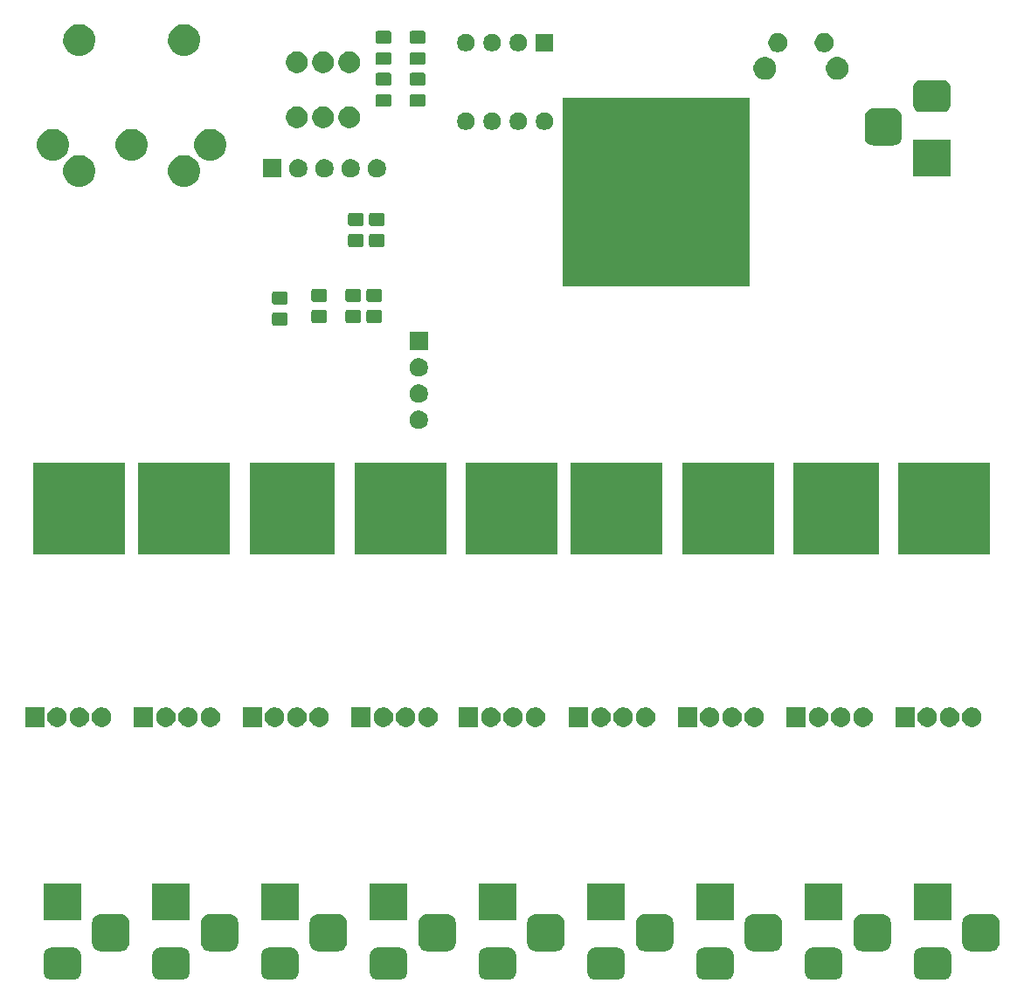
<source format=gbr>
G04 #@! TF.GenerationSoftware,KiCad,Pcbnew,(5.1.5-0-10_14)*
G04 #@! TF.CreationDate,2020-03-12T22:04:08+00:00*
G04 #@! TF.ProjectId,MidiLedController,4d696469-4c65-4644-936f-6e74726f6c6c,C*
G04 #@! TF.SameCoordinates,Original*
G04 #@! TF.FileFunction,Soldermask,Bot*
G04 #@! TF.FilePolarity,Negative*
%FSLAX46Y46*%
G04 Gerber Fmt 4.6, Leading zero omitted, Abs format (unit mm)*
G04 Created by KiCad (PCBNEW (5.1.5-0-10_14)) date 2020-03-12 22:04:08*
%MOMM*%
%LPD*%
G04 APERTURE LIST*
%ADD10C,0.100000*%
G04 APERTURE END LIST*
D10*
G36*
X186138979Y-134003293D02*
G01*
X186272625Y-134043834D01*
X186395784Y-134109664D01*
X186503740Y-134198260D01*
X186592336Y-134306216D01*
X186658166Y-134429375D01*
X186698707Y-134563021D01*
X186713000Y-134708140D01*
X186713000Y-136371860D01*
X186698707Y-136516979D01*
X186658166Y-136650625D01*
X186592336Y-136773784D01*
X186503740Y-136881740D01*
X186395784Y-136970336D01*
X186272625Y-137036166D01*
X186138979Y-137076707D01*
X185993860Y-137091000D01*
X183830140Y-137091000D01*
X183685021Y-137076707D01*
X183551375Y-137036166D01*
X183428216Y-136970336D01*
X183320260Y-136881740D01*
X183231664Y-136773784D01*
X183165834Y-136650625D01*
X183125293Y-136516979D01*
X183111000Y-136371860D01*
X183111000Y-134708140D01*
X183125293Y-134563021D01*
X183165834Y-134429375D01*
X183231664Y-134306216D01*
X183320260Y-134198260D01*
X183428216Y-134109664D01*
X183551375Y-134043834D01*
X183685021Y-134003293D01*
X183830140Y-133989000D01*
X185993860Y-133989000D01*
X186138979Y-134003293D01*
G37*
G36*
X175597979Y-134003293D02*
G01*
X175731625Y-134043834D01*
X175854784Y-134109664D01*
X175962740Y-134198260D01*
X176051336Y-134306216D01*
X176117166Y-134429375D01*
X176157707Y-134563021D01*
X176172000Y-134708140D01*
X176172000Y-136371860D01*
X176157707Y-136516979D01*
X176117166Y-136650625D01*
X176051336Y-136773784D01*
X175962740Y-136881740D01*
X175854784Y-136970336D01*
X175731625Y-137036166D01*
X175597979Y-137076707D01*
X175452860Y-137091000D01*
X173289140Y-137091000D01*
X173144021Y-137076707D01*
X173010375Y-137036166D01*
X172887216Y-136970336D01*
X172779260Y-136881740D01*
X172690664Y-136773784D01*
X172624834Y-136650625D01*
X172584293Y-136516979D01*
X172570000Y-136371860D01*
X172570000Y-134708140D01*
X172584293Y-134563021D01*
X172624834Y-134429375D01*
X172690664Y-134306216D01*
X172779260Y-134198260D01*
X172887216Y-134109664D01*
X173010375Y-134043834D01*
X173144021Y-134003293D01*
X173289140Y-133989000D01*
X175452860Y-133989000D01*
X175597979Y-134003293D01*
G37*
G36*
X165056979Y-134003293D02*
G01*
X165190625Y-134043834D01*
X165313784Y-134109664D01*
X165421740Y-134198260D01*
X165510336Y-134306216D01*
X165576166Y-134429375D01*
X165616707Y-134563021D01*
X165631000Y-134708140D01*
X165631000Y-136371860D01*
X165616707Y-136516979D01*
X165576166Y-136650625D01*
X165510336Y-136773784D01*
X165421740Y-136881740D01*
X165313784Y-136970336D01*
X165190625Y-137036166D01*
X165056979Y-137076707D01*
X164911860Y-137091000D01*
X162748140Y-137091000D01*
X162603021Y-137076707D01*
X162469375Y-137036166D01*
X162346216Y-136970336D01*
X162238260Y-136881740D01*
X162149664Y-136773784D01*
X162083834Y-136650625D01*
X162043293Y-136516979D01*
X162029000Y-136371860D01*
X162029000Y-134708140D01*
X162043293Y-134563021D01*
X162083834Y-134429375D01*
X162149664Y-134306216D01*
X162238260Y-134198260D01*
X162346216Y-134109664D01*
X162469375Y-134043834D01*
X162603021Y-134003293D01*
X162748140Y-133989000D01*
X164911860Y-133989000D01*
X165056979Y-134003293D01*
G37*
G36*
X154515979Y-134003293D02*
G01*
X154649625Y-134043834D01*
X154772784Y-134109664D01*
X154880740Y-134198260D01*
X154969336Y-134306216D01*
X155035166Y-134429375D01*
X155075707Y-134563021D01*
X155090000Y-134708140D01*
X155090000Y-136371860D01*
X155075707Y-136516979D01*
X155035166Y-136650625D01*
X154969336Y-136773784D01*
X154880740Y-136881740D01*
X154772784Y-136970336D01*
X154649625Y-137036166D01*
X154515979Y-137076707D01*
X154370860Y-137091000D01*
X152207140Y-137091000D01*
X152062021Y-137076707D01*
X151928375Y-137036166D01*
X151805216Y-136970336D01*
X151697260Y-136881740D01*
X151608664Y-136773784D01*
X151542834Y-136650625D01*
X151502293Y-136516979D01*
X151488000Y-136371860D01*
X151488000Y-134708140D01*
X151502293Y-134563021D01*
X151542834Y-134429375D01*
X151608664Y-134306216D01*
X151697260Y-134198260D01*
X151805216Y-134109664D01*
X151928375Y-134043834D01*
X152062021Y-134003293D01*
X152207140Y-133989000D01*
X154370860Y-133989000D01*
X154515979Y-134003293D01*
G37*
G36*
X143974979Y-134003293D02*
G01*
X144108625Y-134043834D01*
X144231784Y-134109664D01*
X144339740Y-134198260D01*
X144428336Y-134306216D01*
X144494166Y-134429375D01*
X144534707Y-134563021D01*
X144549000Y-134708140D01*
X144549000Y-136371860D01*
X144534707Y-136516979D01*
X144494166Y-136650625D01*
X144428336Y-136773784D01*
X144339740Y-136881740D01*
X144231784Y-136970336D01*
X144108625Y-137036166D01*
X143974979Y-137076707D01*
X143829860Y-137091000D01*
X141666140Y-137091000D01*
X141521021Y-137076707D01*
X141387375Y-137036166D01*
X141264216Y-136970336D01*
X141156260Y-136881740D01*
X141067664Y-136773784D01*
X141001834Y-136650625D01*
X140961293Y-136516979D01*
X140947000Y-136371860D01*
X140947000Y-134708140D01*
X140961293Y-134563021D01*
X141001834Y-134429375D01*
X141067664Y-134306216D01*
X141156260Y-134198260D01*
X141264216Y-134109664D01*
X141387375Y-134043834D01*
X141521021Y-134003293D01*
X141666140Y-133989000D01*
X143829860Y-133989000D01*
X143974979Y-134003293D01*
G37*
G36*
X133433979Y-134003293D02*
G01*
X133567625Y-134043834D01*
X133690784Y-134109664D01*
X133798740Y-134198260D01*
X133887336Y-134306216D01*
X133953166Y-134429375D01*
X133993707Y-134563021D01*
X134008000Y-134708140D01*
X134008000Y-136371860D01*
X133993707Y-136516979D01*
X133953166Y-136650625D01*
X133887336Y-136773784D01*
X133798740Y-136881740D01*
X133690784Y-136970336D01*
X133567625Y-137036166D01*
X133433979Y-137076707D01*
X133288860Y-137091000D01*
X131125140Y-137091000D01*
X130980021Y-137076707D01*
X130846375Y-137036166D01*
X130723216Y-136970336D01*
X130615260Y-136881740D01*
X130526664Y-136773784D01*
X130460834Y-136650625D01*
X130420293Y-136516979D01*
X130406000Y-136371860D01*
X130406000Y-134708140D01*
X130420293Y-134563021D01*
X130460834Y-134429375D01*
X130526664Y-134306216D01*
X130615260Y-134198260D01*
X130723216Y-134109664D01*
X130846375Y-134043834D01*
X130980021Y-134003293D01*
X131125140Y-133989000D01*
X133288860Y-133989000D01*
X133433979Y-134003293D01*
G37*
G36*
X122892979Y-134003293D02*
G01*
X123026625Y-134043834D01*
X123149784Y-134109664D01*
X123257740Y-134198260D01*
X123346336Y-134306216D01*
X123412166Y-134429375D01*
X123452707Y-134563021D01*
X123467000Y-134708140D01*
X123467000Y-136371860D01*
X123452707Y-136516979D01*
X123412166Y-136650625D01*
X123346336Y-136773784D01*
X123257740Y-136881740D01*
X123149784Y-136970336D01*
X123026625Y-137036166D01*
X122892979Y-137076707D01*
X122747860Y-137091000D01*
X120584140Y-137091000D01*
X120439021Y-137076707D01*
X120305375Y-137036166D01*
X120182216Y-136970336D01*
X120074260Y-136881740D01*
X119985664Y-136773784D01*
X119919834Y-136650625D01*
X119879293Y-136516979D01*
X119865000Y-136371860D01*
X119865000Y-134708140D01*
X119879293Y-134563021D01*
X119919834Y-134429375D01*
X119985664Y-134306216D01*
X120074260Y-134198260D01*
X120182216Y-134109664D01*
X120305375Y-134043834D01*
X120439021Y-134003293D01*
X120584140Y-133989000D01*
X122747860Y-133989000D01*
X122892979Y-134003293D01*
G37*
G36*
X112351979Y-134003293D02*
G01*
X112485625Y-134043834D01*
X112608784Y-134109664D01*
X112716740Y-134198260D01*
X112805336Y-134306216D01*
X112871166Y-134429375D01*
X112911707Y-134563021D01*
X112926000Y-134708140D01*
X112926000Y-136371860D01*
X112911707Y-136516979D01*
X112871166Y-136650625D01*
X112805336Y-136773784D01*
X112716740Y-136881740D01*
X112608784Y-136970336D01*
X112485625Y-137036166D01*
X112351979Y-137076707D01*
X112206860Y-137091000D01*
X110043140Y-137091000D01*
X109898021Y-137076707D01*
X109764375Y-137036166D01*
X109641216Y-136970336D01*
X109533260Y-136881740D01*
X109444664Y-136773784D01*
X109378834Y-136650625D01*
X109338293Y-136516979D01*
X109324000Y-136371860D01*
X109324000Y-134708140D01*
X109338293Y-134563021D01*
X109378834Y-134429375D01*
X109444664Y-134306216D01*
X109533260Y-134198260D01*
X109641216Y-134109664D01*
X109764375Y-134043834D01*
X109898021Y-134003293D01*
X110043140Y-133989000D01*
X112206860Y-133989000D01*
X112351979Y-134003293D01*
G37*
G36*
X101810979Y-134003293D02*
G01*
X101944625Y-134043834D01*
X102067784Y-134109664D01*
X102175740Y-134198260D01*
X102264336Y-134306216D01*
X102330166Y-134429375D01*
X102370707Y-134563021D01*
X102385000Y-134708140D01*
X102385000Y-136371860D01*
X102370707Y-136516979D01*
X102330166Y-136650625D01*
X102264336Y-136773784D01*
X102175740Y-136881740D01*
X102067784Y-136970336D01*
X101944625Y-137036166D01*
X101810979Y-137076707D01*
X101665860Y-137091000D01*
X99502140Y-137091000D01*
X99357021Y-137076707D01*
X99223375Y-137036166D01*
X99100216Y-136970336D01*
X98992260Y-136881740D01*
X98903664Y-136773784D01*
X98837834Y-136650625D01*
X98797293Y-136516979D01*
X98783000Y-136371860D01*
X98783000Y-134708140D01*
X98797293Y-134563021D01*
X98837834Y-134429375D01*
X98903664Y-134306216D01*
X98992260Y-134198260D01*
X99100216Y-134109664D01*
X99223375Y-134043834D01*
X99357021Y-134003293D01*
X99502140Y-133989000D01*
X101665860Y-133989000D01*
X101810979Y-134003293D01*
G37*
G36*
X190738366Y-130755695D02*
G01*
X190895460Y-130803349D01*
X191040231Y-130880731D01*
X191167128Y-130984872D01*
X191271269Y-131111769D01*
X191348651Y-131256540D01*
X191396305Y-131413634D01*
X191413000Y-131583140D01*
X191413000Y-133496860D01*
X191396305Y-133666366D01*
X191348651Y-133823460D01*
X191271269Y-133968231D01*
X191167128Y-134095128D01*
X191040231Y-134199269D01*
X190895460Y-134276651D01*
X190738366Y-134324305D01*
X190568860Y-134341000D01*
X188655140Y-134341000D01*
X188485634Y-134324305D01*
X188328540Y-134276651D01*
X188183769Y-134199269D01*
X188056872Y-134095128D01*
X187952731Y-133968231D01*
X187875349Y-133823460D01*
X187827695Y-133666366D01*
X187811000Y-133496860D01*
X187811000Y-131583140D01*
X187827695Y-131413634D01*
X187875349Y-131256540D01*
X187952731Y-131111769D01*
X188056872Y-130984872D01*
X188183769Y-130880731D01*
X188328540Y-130803349D01*
X188485634Y-130755695D01*
X188655140Y-130739000D01*
X190568860Y-130739000D01*
X190738366Y-130755695D01*
G37*
G36*
X180197366Y-130755695D02*
G01*
X180354460Y-130803349D01*
X180499231Y-130880731D01*
X180626128Y-130984872D01*
X180730269Y-131111769D01*
X180807651Y-131256540D01*
X180855305Y-131413634D01*
X180872000Y-131583140D01*
X180872000Y-133496860D01*
X180855305Y-133666366D01*
X180807651Y-133823460D01*
X180730269Y-133968231D01*
X180626128Y-134095128D01*
X180499231Y-134199269D01*
X180354460Y-134276651D01*
X180197366Y-134324305D01*
X180027860Y-134341000D01*
X178114140Y-134341000D01*
X177944634Y-134324305D01*
X177787540Y-134276651D01*
X177642769Y-134199269D01*
X177515872Y-134095128D01*
X177411731Y-133968231D01*
X177334349Y-133823460D01*
X177286695Y-133666366D01*
X177270000Y-133496860D01*
X177270000Y-131583140D01*
X177286695Y-131413634D01*
X177334349Y-131256540D01*
X177411731Y-131111769D01*
X177515872Y-130984872D01*
X177642769Y-130880731D01*
X177787540Y-130803349D01*
X177944634Y-130755695D01*
X178114140Y-130739000D01*
X180027860Y-130739000D01*
X180197366Y-130755695D01*
G37*
G36*
X169656366Y-130755695D02*
G01*
X169813460Y-130803349D01*
X169958231Y-130880731D01*
X170085128Y-130984872D01*
X170189269Y-131111769D01*
X170266651Y-131256540D01*
X170314305Y-131413634D01*
X170331000Y-131583140D01*
X170331000Y-133496860D01*
X170314305Y-133666366D01*
X170266651Y-133823460D01*
X170189269Y-133968231D01*
X170085128Y-134095128D01*
X169958231Y-134199269D01*
X169813460Y-134276651D01*
X169656366Y-134324305D01*
X169486860Y-134341000D01*
X167573140Y-134341000D01*
X167403634Y-134324305D01*
X167246540Y-134276651D01*
X167101769Y-134199269D01*
X166974872Y-134095128D01*
X166870731Y-133968231D01*
X166793349Y-133823460D01*
X166745695Y-133666366D01*
X166729000Y-133496860D01*
X166729000Y-131583140D01*
X166745695Y-131413634D01*
X166793349Y-131256540D01*
X166870731Y-131111769D01*
X166974872Y-130984872D01*
X167101769Y-130880731D01*
X167246540Y-130803349D01*
X167403634Y-130755695D01*
X167573140Y-130739000D01*
X169486860Y-130739000D01*
X169656366Y-130755695D01*
G37*
G36*
X159115366Y-130755695D02*
G01*
X159272460Y-130803349D01*
X159417231Y-130880731D01*
X159544128Y-130984872D01*
X159648269Y-131111769D01*
X159725651Y-131256540D01*
X159773305Y-131413634D01*
X159790000Y-131583140D01*
X159790000Y-133496860D01*
X159773305Y-133666366D01*
X159725651Y-133823460D01*
X159648269Y-133968231D01*
X159544128Y-134095128D01*
X159417231Y-134199269D01*
X159272460Y-134276651D01*
X159115366Y-134324305D01*
X158945860Y-134341000D01*
X157032140Y-134341000D01*
X156862634Y-134324305D01*
X156705540Y-134276651D01*
X156560769Y-134199269D01*
X156433872Y-134095128D01*
X156329731Y-133968231D01*
X156252349Y-133823460D01*
X156204695Y-133666366D01*
X156188000Y-133496860D01*
X156188000Y-131583140D01*
X156204695Y-131413634D01*
X156252349Y-131256540D01*
X156329731Y-131111769D01*
X156433872Y-130984872D01*
X156560769Y-130880731D01*
X156705540Y-130803349D01*
X156862634Y-130755695D01*
X157032140Y-130739000D01*
X158945860Y-130739000D01*
X159115366Y-130755695D01*
G37*
G36*
X148574366Y-130755695D02*
G01*
X148731460Y-130803349D01*
X148876231Y-130880731D01*
X149003128Y-130984872D01*
X149107269Y-131111769D01*
X149184651Y-131256540D01*
X149232305Y-131413634D01*
X149249000Y-131583140D01*
X149249000Y-133496860D01*
X149232305Y-133666366D01*
X149184651Y-133823460D01*
X149107269Y-133968231D01*
X149003128Y-134095128D01*
X148876231Y-134199269D01*
X148731460Y-134276651D01*
X148574366Y-134324305D01*
X148404860Y-134341000D01*
X146491140Y-134341000D01*
X146321634Y-134324305D01*
X146164540Y-134276651D01*
X146019769Y-134199269D01*
X145892872Y-134095128D01*
X145788731Y-133968231D01*
X145711349Y-133823460D01*
X145663695Y-133666366D01*
X145647000Y-133496860D01*
X145647000Y-131583140D01*
X145663695Y-131413634D01*
X145711349Y-131256540D01*
X145788731Y-131111769D01*
X145892872Y-130984872D01*
X146019769Y-130880731D01*
X146164540Y-130803349D01*
X146321634Y-130755695D01*
X146491140Y-130739000D01*
X148404860Y-130739000D01*
X148574366Y-130755695D01*
G37*
G36*
X106410366Y-130755695D02*
G01*
X106567460Y-130803349D01*
X106712231Y-130880731D01*
X106839128Y-130984872D01*
X106943269Y-131111769D01*
X107020651Y-131256540D01*
X107068305Y-131413634D01*
X107085000Y-131583140D01*
X107085000Y-133496860D01*
X107068305Y-133666366D01*
X107020651Y-133823460D01*
X106943269Y-133968231D01*
X106839128Y-134095128D01*
X106712231Y-134199269D01*
X106567460Y-134276651D01*
X106410366Y-134324305D01*
X106240860Y-134341000D01*
X104327140Y-134341000D01*
X104157634Y-134324305D01*
X104000540Y-134276651D01*
X103855769Y-134199269D01*
X103728872Y-134095128D01*
X103624731Y-133968231D01*
X103547349Y-133823460D01*
X103499695Y-133666366D01*
X103483000Y-133496860D01*
X103483000Y-131583140D01*
X103499695Y-131413634D01*
X103547349Y-131256540D01*
X103624731Y-131111769D01*
X103728872Y-130984872D01*
X103855769Y-130880731D01*
X104000540Y-130803349D01*
X104157634Y-130755695D01*
X104327140Y-130739000D01*
X106240860Y-130739000D01*
X106410366Y-130755695D01*
G37*
G36*
X138033366Y-130755695D02*
G01*
X138190460Y-130803349D01*
X138335231Y-130880731D01*
X138462128Y-130984872D01*
X138566269Y-131111769D01*
X138643651Y-131256540D01*
X138691305Y-131413634D01*
X138708000Y-131583140D01*
X138708000Y-133496860D01*
X138691305Y-133666366D01*
X138643651Y-133823460D01*
X138566269Y-133968231D01*
X138462128Y-134095128D01*
X138335231Y-134199269D01*
X138190460Y-134276651D01*
X138033366Y-134324305D01*
X137863860Y-134341000D01*
X135950140Y-134341000D01*
X135780634Y-134324305D01*
X135623540Y-134276651D01*
X135478769Y-134199269D01*
X135351872Y-134095128D01*
X135247731Y-133968231D01*
X135170349Y-133823460D01*
X135122695Y-133666366D01*
X135106000Y-133496860D01*
X135106000Y-131583140D01*
X135122695Y-131413634D01*
X135170349Y-131256540D01*
X135247731Y-131111769D01*
X135351872Y-130984872D01*
X135478769Y-130880731D01*
X135623540Y-130803349D01*
X135780634Y-130755695D01*
X135950140Y-130739000D01*
X137863860Y-130739000D01*
X138033366Y-130755695D01*
G37*
G36*
X116951366Y-130755695D02*
G01*
X117108460Y-130803349D01*
X117253231Y-130880731D01*
X117380128Y-130984872D01*
X117484269Y-131111769D01*
X117561651Y-131256540D01*
X117609305Y-131413634D01*
X117626000Y-131583140D01*
X117626000Y-133496860D01*
X117609305Y-133666366D01*
X117561651Y-133823460D01*
X117484269Y-133968231D01*
X117380128Y-134095128D01*
X117253231Y-134199269D01*
X117108460Y-134276651D01*
X116951366Y-134324305D01*
X116781860Y-134341000D01*
X114868140Y-134341000D01*
X114698634Y-134324305D01*
X114541540Y-134276651D01*
X114396769Y-134199269D01*
X114269872Y-134095128D01*
X114165731Y-133968231D01*
X114088349Y-133823460D01*
X114040695Y-133666366D01*
X114024000Y-133496860D01*
X114024000Y-131583140D01*
X114040695Y-131413634D01*
X114088349Y-131256540D01*
X114165731Y-131111769D01*
X114269872Y-130984872D01*
X114396769Y-130880731D01*
X114541540Y-130803349D01*
X114698634Y-130755695D01*
X114868140Y-130739000D01*
X116781860Y-130739000D01*
X116951366Y-130755695D01*
G37*
G36*
X127492366Y-130755695D02*
G01*
X127649460Y-130803349D01*
X127794231Y-130880731D01*
X127921128Y-130984872D01*
X128025269Y-131111769D01*
X128102651Y-131256540D01*
X128150305Y-131413634D01*
X128167000Y-131583140D01*
X128167000Y-133496860D01*
X128150305Y-133666366D01*
X128102651Y-133823460D01*
X128025269Y-133968231D01*
X127921128Y-134095128D01*
X127794231Y-134199269D01*
X127649460Y-134276651D01*
X127492366Y-134324305D01*
X127322860Y-134341000D01*
X125409140Y-134341000D01*
X125239634Y-134324305D01*
X125082540Y-134276651D01*
X124937769Y-134199269D01*
X124810872Y-134095128D01*
X124706731Y-133968231D01*
X124629349Y-133823460D01*
X124581695Y-133666366D01*
X124565000Y-133496860D01*
X124565000Y-131583140D01*
X124581695Y-131413634D01*
X124629349Y-131256540D01*
X124706731Y-131111769D01*
X124810872Y-130984872D01*
X124937769Y-130880731D01*
X125082540Y-130803349D01*
X125239634Y-130755695D01*
X125409140Y-130739000D01*
X127322860Y-130739000D01*
X127492366Y-130755695D01*
G37*
G36*
X134008000Y-131341000D02*
G01*
X130406000Y-131341000D01*
X130406000Y-127739000D01*
X134008000Y-127739000D01*
X134008000Y-131341000D01*
G37*
G36*
X123467000Y-131341000D02*
G01*
X119865000Y-131341000D01*
X119865000Y-127739000D01*
X123467000Y-127739000D01*
X123467000Y-131341000D01*
G37*
G36*
X112926000Y-131341000D02*
G01*
X109324000Y-131341000D01*
X109324000Y-127739000D01*
X112926000Y-127739000D01*
X112926000Y-131341000D01*
G37*
G36*
X144549000Y-131341000D02*
G01*
X140947000Y-131341000D01*
X140947000Y-127739000D01*
X144549000Y-127739000D01*
X144549000Y-131341000D01*
G37*
G36*
X186713000Y-131341000D02*
G01*
X183111000Y-131341000D01*
X183111000Y-127739000D01*
X186713000Y-127739000D01*
X186713000Y-131341000D01*
G37*
G36*
X102385000Y-131341000D02*
G01*
X98783000Y-131341000D01*
X98783000Y-127739000D01*
X102385000Y-127739000D01*
X102385000Y-131341000D01*
G37*
G36*
X155090000Y-131341000D02*
G01*
X151488000Y-131341000D01*
X151488000Y-127739000D01*
X155090000Y-127739000D01*
X155090000Y-131341000D01*
G37*
G36*
X165631000Y-131341000D02*
G01*
X162029000Y-131341000D01*
X162029000Y-127739000D01*
X165631000Y-127739000D01*
X165631000Y-131341000D01*
G37*
G36*
X176172000Y-131341000D02*
G01*
X172570000Y-131341000D01*
X172570000Y-127739000D01*
X176172000Y-127739000D01*
X176172000Y-131341000D01*
G37*
G36*
X119950000Y-112584000D02*
G01*
X118048000Y-112584000D01*
X118048000Y-110682000D01*
X119950000Y-110682000D01*
X119950000Y-112584000D01*
G37*
G36*
X115212395Y-110718546D02*
G01*
X115385466Y-110790234D01*
X115385467Y-110790235D01*
X115541227Y-110894310D01*
X115673690Y-111026773D01*
X115673691Y-111026775D01*
X115777766Y-111182534D01*
X115849454Y-111355605D01*
X115886000Y-111539333D01*
X115886000Y-111726667D01*
X115849454Y-111910395D01*
X115777766Y-112083466D01*
X115777765Y-112083467D01*
X115673690Y-112239227D01*
X115541227Y-112371690D01*
X115462818Y-112424081D01*
X115385466Y-112475766D01*
X115212395Y-112547454D01*
X115028667Y-112584000D01*
X114841333Y-112584000D01*
X114657605Y-112547454D01*
X114484534Y-112475766D01*
X114407182Y-112424081D01*
X114328773Y-112371690D01*
X114196310Y-112239227D01*
X114092235Y-112083467D01*
X114092234Y-112083466D01*
X114020546Y-111910395D01*
X113984000Y-111726667D01*
X113984000Y-111539333D01*
X114020546Y-111355605D01*
X114092234Y-111182534D01*
X114196309Y-111026775D01*
X114196310Y-111026773D01*
X114328773Y-110894310D01*
X114484533Y-110790235D01*
X114484534Y-110790234D01*
X114657605Y-110718546D01*
X114841333Y-110682000D01*
X115028667Y-110682000D01*
X115212395Y-110718546D01*
G37*
G36*
X113053395Y-110718546D02*
G01*
X113226466Y-110790234D01*
X113226467Y-110790235D01*
X113382227Y-110894310D01*
X113514690Y-111026773D01*
X113514691Y-111026775D01*
X113618766Y-111182534D01*
X113690454Y-111355605D01*
X113727000Y-111539333D01*
X113727000Y-111726667D01*
X113690454Y-111910395D01*
X113618766Y-112083466D01*
X113618765Y-112083467D01*
X113514690Y-112239227D01*
X113382227Y-112371690D01*
X113303818Y-112424081D01*
X113226466Y-112475766D01*
X113053395Y-112547454D01*
X112869667Y-112584000D01*
X112682333Y-112584000D01*
X112498605Y-112547454D01*
X112325534Y-112475766D01*
X112248182Y-112424081D01*
X112169773Y-112371690D01*
X112037310Y-112239227D01*
X111933235Y-112083467D01*
X111933234Y-112083466D01*
X111861546Y-111910395D01*
X111825000Y-111726667D01*
X111825000Y-111539333D01*
X111861546Y-111355605D01*
X111933234Y-111182534D01*
X112037309Y-111026775D01*
X112037310Y-111026773D01*
X112169773Y-110894310D01*
X112325533Y-110790235D01*
X112325534Y-110790234D01*
X112498605Y-110718546D01*
X112682333Y-110682000D01*
X112869667Y-110682000D01*
X113053395Y-110718546D01*
G37*
G36*
X110894395Y-110718546D02*
G01*
X111067466Y-110790234D01*
X111067467Y-110790235D01*
X111223227Y-110894310D01*
X111355690Y-111026773D01*
X111355691Y-111026775D01*
X111459766Y-111182534D01*
X111531454Y-111355605D01*
X111568000Y-111539333D01*
X111568000Y-111726667D01*
X111531454Y-111910395D01*
X111459766Y-112083466D01*
X111459765Y-112083467D01*
X111355690Y-112239227D01*
X111223227Y-112371690D01*
X111144818Y-112424081D01*
X111067466Y-112475766D01*
X110894395Y-112547454D01*
X110710667Y-112584000D01*
X110523333Y-112584000D01*
X110339605Y-112547454D01*
X110166534Y-112475766D01*
X110089182Y-112424081D01*
X110010773Y-112371690D01*
X109878310Y-112239227D01*
X109774235Y-112083467D01*
X109774234Y-112083466D01*
X109702546Y-111910395D01*
X109666000Y-111726667D01*
X109666000Y-111539333D01*
X109702546Y-111355605D01*
X109774234Y-111182534D01*
X109878309Y-111026775D01*
X109878310Y-111026773D01*
X110010773Y-110894310D01*
X110166533Y-110790235D01*
X110166534Y-110790234D01*
X110339605Y-110718546D01*
X110523333Y-110682000D01*
X110710667Y-110682000D01*
X110894395Y-110718546D01*
G37*
G36*
X109409000Y-112584000D02*
G01*
X107507000Y-112584000D01*
X107507000Y-110682000D01*
X109409000Y-110682000D01*
X109409000Y-112584000D01*
G37*
G36*
X104671395Y-110718546D02*
G01*
X104844466Y-110790234D01*
X104844467Y-110790235D01*
X105000227Y-110894310D01*
X105132690Y-111026773D01*
X105132691Y-111026775D01*
X105236766Y-111182534D01*
X105308454Y-111355605D01*
X105345000Y-111539333D01*
X105345000Y-111726667D01*
X105308454Y-111910395D01*
X105236766Y-112083466D01*
X105236765Y-112083467D01*
X105132690Y-112239227D01*
X105000227Y-112371690D01*
X104921818Y-112424081D01*
X104844466Y-112475766D01*
X104671395Y-112547454D01*
X104487667Y-112584000D01*
X104300333Y-112584000D01*
X104116605Y-112547454D01*
X103943534Y-112475766D01*
X103866182Y-112424081D01*
X103787773Y-112371690D01*
X103655310Y-112239227D01*
X103551235Y-112083467D01*
X103551234Y-112083466D01*
X103479546Y-111910395D01*
X103443000Y-111726667D01*
X103443000Y-111539333D01*
X103479546Y-111355605D01*
X103551234Y-111182534D01*
X103655309Y-111026775D01*
X103655310Y-111026773D01*
X103787773Y-110894310D01*
X103943533Y-110790235D01*
X103943534Y-110790234D01*
X104116605Y-110718546D01*
X104300333Y-110682000D01*
X104487667Y-110682000D01*
X104671395Y-110718546D01*
G37*
G36*
X102512395Y-110718546D02*
G01*
X102685466Y-110790234D01*
X102685467Y-110790235D01*
X102841227Y-110894310D01*
X102973690Y-111026773D01*
X102973691Y-111026775D01*
X103077766Y-111182534D01*
X103149454Y-111355605D01*
X103186000Y-111539333D01*
X103186000Y-111726667D01*
X103149454Y-111910395D01*
X103077766Y-112083466D01*
X103077765Y-112083467D01*
X102973690Y-112239227D01*
X102841227Y-112371690D01*
X102762818Y-112424081D01*
X102685466Y-112475766D01*
X102512395Y-112547454D01*
X102328667Y-112584000D01*
X102141333Y-112584000D01*
X101957605Y-112547454D01*
X101784534Y-112475766D01*
X101707182Y-112424081D01*
X101628773Y-112371690D01*
X101496310Y-112239227D01*
X101392235Y-112083467D01*
X101392234Y-112083466D01*
X101320546Y-111910395D01*
X101284000Y-111726667D01*
X101284000Y-111539333D01*
X101320546Y-111355605D01*
X101392234Y-111182534D01*
X101496309Y-111026775D01*
X101496310Y-111026773D01*
X101628773Y-110894310D01*
X101784533Y-110790235D01*
X101784534Y-110790234D01*
X101957605Y-110718546D01*
X102141333Y-110682000D01*
X102328667Y-110682000D01*
X102512395Y-110718546D01*
G37*
G36*
X100353395Y-110718546D02*
G01*
X100526466Y-110790234D01*
X100526467Y-110790235D01*
X100682227Y-110894310D01*
X100814690Y-111026773D01*
X100814691Y-111026775D01*
X100918766Y-111182534D01*
X100990454Y-111355605D01*
X101027000Y-111539333D01*
X101027000Y-111726667D01*
X100990454Y-111910395D01*
X100918766Y-112083466D01*
X100918765Y-112083467D01*
X100814690Y-112239227D01*
X100682227Y-112371690D01*
X100603818Y-112424081D01*
X100526466Y-112475766D01*
X100353395Y-112547454D01*
X100169667Y-112584000D01*
X99982333Y-112584000D01*
X99798605Y-112547454D01*
X99625534Y-112475766D01*
X99548182Y-112424081D01*
X99469773Y-112371690D01*
X99337310Y-112239227D01*
X99233235Y-112083467D01*
X99233234Y-112083466D01*
X99161546Y-111910395D01*
X99125000Y-111726667D01*
X99125000Y-111539333D01*
X99161546Y-111355605D01*
X99233234Y-111182534D01*
X99337309Y-111026775D01*
X99337310Y-111026773D01*
X99469773Y-110894310D01*
X99625533Y-110790235D01*
X99625534Y-110790234D01*
X99798605Y-110718546D01*
X99982333Y-110682000D01*
X100169667Y-110682000D01*
X100353395Y-110718546D01*
G37*
G36*
X98868000Y-112584000D02*
G01*
X96966000Y-112584000D01*
X96966000Y-110682000D01*
X98868000Y-110682000D01*
X98868000Y-112584000D01*
G37*
G36*
X188999395Y-110718546D02*
G01*
X189172466Y-110790234D01*
X189172467Y-110790235D01*
X189328227Y-110894310D01*
X189460690Y-111026773D01*
X189460691Y-111026775D01*
X189564766Y-111182534D01*
X189636454Y-111355605D01*
X189673000Y-111539333D01*
X189673000Y-111726667D01*
X189636454Y-111910395D01*
X189564766Y-112083466D01*
X189564765Y-112083467D01*
X189460690Y-112239227D01*
X189328227Y-112371690D01*
X189249818Y-112424081D01*
X189172466Y-112475766D01*
X188999395Y-112547454D01*
X188815667Y-112584000D01*
X188628333Y-112584000D01*
X188444605Y-112547454D01*
X188271534Y-112475766D01*
X188194182Y-112424081D01*
X188115773Y-112371690D01*
X187983310Y-112239227D01*
X187879235Y-112083467D01*
X187879234Y-112083466D01*
X187807546Y-111910395D01*
X187771000Y-111726667D01*
X187771000Y-111539333D01*
X187807546Y-111355605D01*
X187879234Y-111182534D01*
X187983309Y-111026775D01*
X187983310Y-111026773D01*
X188115773Y-110894310D01*
X188271533Y-110790235D01*
X188271534Y-110790234D01*
X188444605Y-110718546D01*
X188628333Y-110682000D01*
X188815667Y-110682000D01*
X188999395Y-110718546D01*
G37*
G36*
X186840395Y-110718546D02*
G01*
X187013466Y-110790234D01*
X187013467Y-110790235D01*
X187169227Y-110894310D01*
X187301690Y-111026773D01*
X187301691Y-111026775D01*
X187405766Y-111182534D01*
X187477454Y-111355605D01*
X187514000Y-111539333D01*
X187514000Y-111726667D01*
X187477454Y-111910395D01*
X187405766Y-112083466D01*
X187405765Y-112083467D01*
X187301690Y-112239227D01*
X187169227Y-112371690D01*
X187090818Y-112424081D01*
X187013466Y-112475766D01*
X186840395Y-112547454D01*
X186656667Y-112584000D01*
X186469333Y-112584000D01*
X186285605Y-112547454D01*
X186112534Y-112475766D01*
X186035182Y-112424081D01*
X185956773Y-112371690D01*
X185824310Y-112239227D01*
X185720235Y-112083467D01*
X185720234Y-112083466D01*
X185648546Y-111910395D01*
X185612000Y-111726667D01*
X185612000Y-111539333D01*
X185648546Y-111355605D01*
X185720234Y-111182534D01*
X185824309Y-111026775D01*
X185824310Y-111026773D01*
X185956773Y-110894310D01*
X186112533Y-110790235D01*
X186112534Y-110790234D01*
X186285605Y-110718546D01*
X186469333Y-110682000D01*
X186656667Y-110682000D01*
X186840395Y-110718546D01*
G37*
G36*
X184681395Y-110718546D02*
G01*
X184854466Y-110790234D01*
X184854467Y-110790235D01*
X185010227Y-110894310D01*
X185142690Y-111026773D01*
X185142691Y-111026775D01*
X185246766Y-111182534D01*
X185318454Y-111355605D01*
X185355000Y-111539333D01*
X185355000Y-111726667D01*
X185318454Y-111910395D01*
X185246766Y-112083466D01*
X185246765Y-112083467D01*
X185142690Y-112239227D01*
X185010227Y-112371690D01*
X184931818Y-112424081D01*
X184854466Y-112475766D01*
X184681395Y-112547454D01*
X184497667Y-112584000D01*
X184310333Y-112584000D01*
X184126605Y-112547454D01*
X183953534Y-112475766D01*
X183876182Y-112424081D01*
X183797773Y-112371690D01*
X183665310Y-112239227D01*
X183561235Y-112083467D01*
X183561234Y-112083466D01*
X183489546Y-111910395D01*
X183453000Y-111726667D01*
X183453000Y-111539333D01*
X183489546Y-111355605D01*
X183561234Y-111182534D01*
X183665309Y-111026775D01*
X183665310Y-111026773D01*
X183797773Y-110894310D01*
X183953533Y-110790235D01*
X183953534Y-110790234D01*
X184126605Y-110718546D01*
X184310333Y-110682000D01*
X184497667Y-110682000D01*
X184681395Y-110718546D01*
G37*
G36*
X183196000Y-112584000D02*
G01*
X181294000Y-112584000D01*
X181294000Y-110682000D01*
X183196000Y-110682000D01*
X183196000Y-112584000D01*
G37*
G36*
X178458395Y-110718546D02*
G01*
X178631466Y-110790234D01*
X178631467Y-110790235D01*
X178787227Y-110894310D01*
X178919690Y-111026773D01*
X178919691Y-111026775D01*
X179023766Y-111182534D01*
X179095454Y-111355605D01*
X179132000Y-111539333D01*
X179132000Y-111726667D01*
X179095454Y-111910395D01*
X179023766Y-112083466D01*
X179023765Y-112083467D01*
X178919690Y-112239227D01*
X178787227Y-112371690D01*
X178708818Y-112424081D01*
X178631466Y-112475766D01*
X178458395Y-112547454D01*
X178274667Y-112584000D01*
X178087333Y-112584000D01*
X177903605Y-112547454D01*
X177730534Y-112475766D01*
X177653182Y-112424081D01*
X177574773Y-112371690D01*
X177442310Y-112239227D01*
X177338235Y-112083467D01*
X177338234Y-112083466D01*
X177266546Y-111910395D01*
X177230000Y-111726667D01*
X177230000Y-111539333D01*
X177266546Y-111355605D01*
X177338234Y-111182534D01*
X177442309Y-111026775D01*
X177442310Y-111026773D01*
X177574773Y-110894310D01*
X177730533Y-110790235D01*
X177730534Y-110790234D01*
X177903605Y-110718546D01*
X178087333Y-110682000D01*
X178274667Y-110682000D01*
X178458395Y-110718546D01*
G37*
G36*
X176299395Y-110718546D02*
G01*
X176472466Y-110790234D01*
X176472467Y-110790235D01*
X176628227Y-110894310D01*
X176760690Y-111026773D01*
X176760691Y-111026775D01*
X176864766Y-111182534D01*
X176936454Y-111355605D01*
X176973000Y-111539333D01*
X176973000Y-111726667D01*
X176936454Y-111910395D01*
X176864766Y-112083466D01*
X176864765Y-112083467D01*
X176760690Y-112239227D01*
X176628227Y-112371690D01*
X176549818Y-112424081D01*
X176472466Y-112475766D01*
X176299395Y-112547454D01*
X176115667Y-112584000D01*
X175928333Y-112584000D01*
X175744605Y-112547454D01*
X175571534Y-112475766D01*
X175494182Y-112424081D01*
X175415773Y-112371690D01*
X175283310Y-112239227D01*
X175179235Y-112083467D01*
X175179234Y-112083466D01*
X175107546Y-111910395D01*
X175071000Y-111726667D01*
X175071000Y-111539333D01*
X175107546Y-111355605D01*
X175179234Y-111182534D01*
X175283309Y-111026775D01*
X175283310Y-111026773D01*
X175415773Y-110894310D01*
X175571533Y-110790235D01*
X175571534Y-110790234D01*
X175744605Y-110718546D01*
X175928333Y-110682000D01*
X176115667Y-110682000D01*
X176299395Y-110718546D01*
G37*
G36*
X174140395Y-110718546D02*
G01*
X174313466Y-110790234D01*
X174313467Y-110790235D01*
X174469227Y-110894310D01*
X174601690Y-111026773D01*
X174601691Y-111026775D01*
X174705766Y-111182534D01*
X174777454Y-111355605D01*
X174814000Y-111539333D01*
X174814000Y-111726667D01*
X174777454Y-111910395D01*
X174705766Y-112083466D01*
X174705765Y-112083467D01*
X174601690Y-112239227D01*
X174469227Y-112371690D01*
X174390818Y-112424081D01*
X174313466Y-112475766D01*
X174140395Y-112547454D01*
X173956667Y-112584000D01*
X173769333Y-112584000D01*
X173585605Y-112547454D01*
X173412534Y-112475766D01*
X173335182Y-112424081D01*
X173256773Y-112371690D01*
X173124310Y-112239227D01*
X173020235Y-112083467D01*
X173020234Y-112083466D01*
X172948546Y-111910395D01*
X172912000Y-111726667D01*
X172912000Y-111539333D01*
X172948546Y-111355605D01*
X173020234Y-111182534D01*
X173124309Y-111026775D01*
X173124310Y-111026773D01*
X173256773Y-110894310D01*
X173412533Y-110790235D01*
X173412534Y-110790234D01*
X173585605Y-110718546D01*
X173769333Y-110682000D01*
X173956667Y-110682000D01*
X174140395Y-110718546D01*
G37*
G36*
X172655000Y-112584000D02*
G01*
X170753000Y-112584000D01*
X170753000Y-110682000D01*
X172655000Y-110682000D01*
X172655000Y-112584000D01*
G37*
G36*
X167917395Y-110718546D02*
G01*
X168090466Y-110790234D01*
X168090467Y-110790235D01*
X168246227Y-110894310D01*
X168378690Y-111026773D01*
X168378691Y-111026775D01*
X168482766Y-111182534D01*
X168554454Y-111355605D01*
X168591000Y-111539333D01*
X168591000Y-111726667D01*
X168554454Y-111910395D01*
X168482766Y-112083466D01*
X168482765Y-112083467D01*
X168378690Y-112239227D01*
X168246227Y-112371690D01*
X168167818Y-112424081D01*
X168090466Y-112475766D01*
X167917395Y-112547454D01*
X167733667Y-112584000D01*
X167546333Y-112584000D01*
X167362605Y-112547454D01*
X167189534Y-112475766D01*
X167112182Y-112424081D01*
X167033773Y-112371690D01*
X166901310Y-112239227D01*
X166797235Y-112083467D01*
X166797234Y-112083466D01*
X166725546Y-111910395D01*
X166689000Y-111726667D01*
X166689000Y-111539333D01*
X166725546Y-111355605D01*
X166797234Y-111182534D01*
X166901309Y-111026775D01*
X166901310Y-111026773D01*
X167033773Y-110894310D01*
X167189533Y-110790235D01*
X167189534Y-110790234D01*
X167362605Y-110718546D01*
X167546333Y-110682000D01*
X167733667Y-110682000D01*
X167917395Y-110718546D01*
G37*
G36*
X165758395Y-110718546D02*
G01*
X165931466Y-110790234D01*
X165931467Y-110790235D01*
X166087227Y-110894310D01*
X166219690Y-111026773D01*
X166219691Y-111026775D01*
X166323766Y-111182534D01*
X166395454Y-111355605D01*
X166432000Y-111539333D01*
X166432000Y-111726667D01*
X166395454Y-111910395D01*
X166323766Y-112083466D01*
X166323765Y-112083467D01*
X166219690Y-112239227D01*
X166087227Y-112371690D01*
X166008818Y-112424081D01*
X165931466Y-112475766D01*
X165758395Y-112547454D01*
X165574667Y-112584000D01*
X165387333Y-112584000D01*
X165203605Y-112547454D01*
X165030534Y-112475766D01*
X164953182Y-112424081D01*
X164874773Y-112371690D01*
X164742310Y-112239227D01*
X164638235Y-112083467D01*
X164638234Y-112083466D01*
X164566546Y-111910395D01*
X164530000Y-111726667D01*
X164530000Y-111539333D01*
X164566546Y-111355605D01*
X164638234Y-111182534D01*
X164742309Y-111026775D01*
X164742310Y-111026773D01*
X164874773Y-110894310D01*
X165030533Y-110790235D01*
X165030534Y-110790234D01*
X165203605Y-110718546D01*
X165387333Y-110682000D01*
X165574667Y-110682000D01*
X165758395Y-110718546D01*
G37*
G36*
X163599395Y-110718546D02*
G01*
X163772466Y-110790234D01*
X163772467Y-110790235D01*
X163928227Y-110894310D01*
X164060690Y-111026773D01*
X164060691Y-111026775D01*
X164164766Y-111182534D01*
X164236454Y-111355605D01*
X164273000Y-111539333D01*
X164273000Y-111726667D01*
X164236454Y-111910395D01*
X164164766Y-112083466D01*
X164164765Y-112083467D01*
X164060690Y-112239227D01*
X163928227Y-112371690D01*
X163849818Y-112424081D01*
X163772466Y-112475766D01*
X163599395Y-112547454D01*
X163415667Y-112584000D01*
X163228333Y-112584000D01*
X163044605Y-112547454D01*
X162871534Y-112475766D01*
X162794182Y-112424081D01*
X162715773Y-112371690D01*
X162583310Y-112239227D01*
X162479235Y-112083467D01*
X162479234Y-112083466D01*
X162407546Y-111910395D01*
X162371000Y-111726667D01*
X162371000Y-111539333D01*
X162407546Y-111355605D01*
X162479234Y-111182534D01*
X162583309Y-111026775D01*
X162583310Y-111026773D01*
X162715773Y-110894310D01*
X162871533Y-110790235D01*
X162871534Y-110790234D01*
X163044605Y-110718546D01*
X163228333Y-110682000D01*
X163415667Y-110682000D01*
X163599395Y-110718546D01*
G37*
G36*
X162114000Y-112584000D02*
G01*
X160212000Y-112584000D01*
X160212000Y-110682000D01*
X162114000Y-110682000D01*
X162114000Y-112584000D01*
G37*
G36*
X157376395Y-110718546D02*
G01*
X157549466Y-110790234D01*
X157549467Y-110790235D01*
X157705227Y-110894310D01*
X157837690Y-111026773D01*
X157837691Y-111026775D01*
X157941766Y-111182534D01*
X158013454Y-111355605D01*
X158050000Y-111539333D01*
X158050000Y-111726667D01*
X158013454Y-111910395D01*
X157941766Y-112083466D01*
X157941765Y-112083467D01*
X157837690Y-112239227D01*
X157705227Y-112371690D01*
X157626818Y-112424081D01*
X157549466Y-112475766D01*
X157376395Y-112547454D01*
X157192667Y-112584000D01*
X157005333Y-112584000D01*
X156821605Y-112547454D01*
X156648534Y-112475766D01*
X156571182Y-112424081D01*
X156492773Y-112371690D01*
X156360310Y-112239227D01*
X156256235Y-112083467D01*
X156256234Y-112083466D01*
X156184546Y-111910395D01*
X156148000Y-111726667D01*
X156148000Y-111539333D01*
X156184546Y-111355605D01*
X156256234Y-111182534D01*
X156360309Y-111026775D01*
X156360310Y-111026773D01*
X156492773Y-110894310D01*
X156648533Y-110790235D01*
X156648534Y-110790234D01*
X156821605Y-110718546D01*
X157005333Y-110682000D01*
X157192667Y-110682000D01*
X157376395Y-110718546D01*
G37*
G36*
X155217395Y-110718546D02*
G01*
X155390466Y-110790234D01*
X155390467Y-110790235D01*
X155546227Y-110894310D01*
X155678690Y-111026773D01*
X155678691Y-111026775D01*
X155782766Y-111182534D01*
X155854454Y-111355605D01*
X155891000Y-111539333D01*
X155891000Y-111726667D01*
X155854454Y-111910395D01*
X155782766Y-112083466D01*
X155782765Y-112083467D01*
X155678690Y-112239227D01*
X155546227Y-112371690D01*
X155467818Y-112424081D01*
X155390466Y-112475766D01*
X155217395Y-112547454D01*
X155033667Y-112584000D01*
X154846333Y-112584000D01*
X154662605Y-112547454D01*
X154489534Y-112475766D01*
X154412182Y-112424081D01*
X154333773Y-112371690D01*
X154201310Y-112239227D01*
X154097235Y-112083467D01*
X154097234Y-112083466D01*
X154025546Y-111910395D01*
X153989000Y-111726667D01*
X153989000Y-111539333D01*
X154025546Y-111355605D01*
X154097234Y-111182534D01*
X154201309Y-111026775D01*
X154201310Y-111026773D01*
X154333773Y-110894310D01*
X154489533Y-110790235D01*
X154489534Y-110790234D01*
X154662605Y-110718546D01*
X154846333Y-110682000D01*
X155033667Y-110682000D01*
X155217395Y-110718546D01*
G37*
G36*
X153058395Y-110718546D02*
G01*
X153231466Y-110790234D01*
X153231467Y-110790235D01*
X153387227Y-110894310D01*
X153519690Y-111026773D01*
X153519691Y-111026775D01*
X153623766Y-111182534D01*
X153695454Y-111355605D01*
X153732000Y-111539333D01*
X153732000Y-111726667D01*
X153695454Y-111910395D01*
X153623766Y-112083466D01*
X153623765Y-112083467D01*
X153519690Y-112239227D01*
X153387227Y-112371690D01*
X153308818Y-112424081D01*
X153231466Y-112475766D01*
X153058395Y-112547454D01*
X152874667Y-112584000D01*
X152687333Y-112584000D01*
X152503605Y-112547454D01*
X152330534Y-112475766D01*
X152253182Y-112424081D01*
X152174773Y-112371690D01*
X152042310Y-112239227D01*
X151938235Y-112083467D01*
X151938234Y-112083466D01*
X151866546Y-111910395D01*
X151830000Y-111726667D01*
X151830000Y-111539333D01*
X151866546Y-111355605D01*
X151938234Y-111182534D01*
X152042309Y-111026775D01*
X152042310Y-111026773D01*
X152174773Y-110894310D01*
X152330533Y-110790235D01*
X152330534Y-110790234D01*
X152503605Y-110718546D01*
X152687333Y-110682000D01*
X152874667Y-110682000D01*
X153058395Y-110718546D01*
G37*
G36*
X151573000Y-112584000D02*
G01*
X149671000Y-112584000D01*
X149671000Y-110682000D01*
X151573000Y-110682000D01*
X151573000Y-112584000D01*
G37*
G36*
X146708395Y-110718546D02*
G01*
X146881466Y-110790234D01*
X146881467Y-110790235D01*
X147037227Y-110894310D01*
X147169690Y-111026773D01*
X147169691Y-111026775D01*
X147273766Y-111182534D01*
X147345454Y-111355605D01*
X147382000Y-111539333D01*
X147382000Y-111726667D01*
X147345454Y-111910395D01*
X147273766Y-112083466D01*
X147273765Y-112083467D01*
X147169690Y-112239227D01*
X147037227Y-112371690D01*
X146958818Y-112424081D01*
X146881466Y-112475766D01*
X146708395Y-112547454D01*
X146524667Y-112584000D01*
X146337333Y-112584000D01*
X146153605Y-112547454D01*
X145980534Y-112475766D01*
X145903182Y-112424081D01*
X145824773Y-112371690D01*
X145692310Y-112239227D01*
X145588235Y-112083467D01*
X145588234Y-112083466D01*
X145516546Y-111910395D01*
X145480000Y-111726667D01*
X145480000Y-111539333D01*
X145516546Y-111355605D01*
X145588234Y-111182534D01*
X145692309Y-111026775D01*
X145692310Y-111026773D01*
X145824773Y-110894310D01*
X145980533Y-110790235D01*
X145980534Y-110790234D01*
X146153605Y-110718546D01*
X146337333Y-110682000D01*
X146524667Y-110682000D01*
X146708395Y-110718546D01*
G37*
G36*
X144549395Y-110718546D02*
G01*
X144722466Y-110790234D01*
X144722467Y-110790235D01*
X144878227Y-110894310D01*
X145010690Y-111026773D01*
X145010691Y-111026775D01*
X145114766Y-111182534D01*
X145186454Y-111355605D01*
X145223000Y-111539333D01*
X145223000Y-111726667D01*
X145186454Y-111910395D01*
X145114766Y-112083466D01*
X145114765Y-112083467D01*
X145010690Y-112239227D01*
X144878227Y-112371690D01*
X144799818Y-112424081D01*
X144722466Y-112475766D01*
X144549395Y-112547454D01*
X144365667Y-112584000D01*
X144178333Y-112584000D01*
X143994605Y-112547454D01*
X143821534Y-112475766D01*
X143744182Y-112424081D01*
X143665773Y-112371690D01*
X143533310Y-112239227D01*
X143429235Y-112083467D01*
X143429234Y-112083466D01*
X143357546Y-111910395D01*
X143321000Y-111726667D01*
X143321000Y-111539333D01*
X143357546Y-111355605D01*
X143429234Y-111182534D01*
X143533309Y-111026775D01*
X143533310Y-111026773D01*
X143665773Y-110894310D01*
X143821533Y-110790235D01*
X143821534Y-110790234D01*
X143994605Y-110718546D01*
X144178333Y-110682000D01*
X144365667Y-110682000D01*
X144549395Y-110718546D01*
G37*
G36*
X142390395Y-110718546D02*
G01*
X142563466Y-110790234D01*
X142563467Y-110790235D01*
X142719227Y-110894310D01*
X142851690Y-111026773D01*
X142851691Y-111026775D01*
X142955766Y-111182534D01*
X143027454Y-111355605D01*
X143064000Y-111539333D01*
X143064000Y-111726667D01*
X143027454Y-111910395D01*
X142955766Y-112083466D01*
X142955765Y-112083467D01*
X142851690Y-112239227D01*
X142719227Y-112371690D01*
X142640818Y-112424081D01*
X142563466Y-112475766D01*
X142390395Y-112547454D01*
X142206667Y-112584000D01*
X142019333Y-112584000D01*
X141835605Y-112547454D01*
X141662534Y-112475766D01*
X141585182Y-112424081D01*
X141506773Y-112371690D01*
X141374310Y-112239227D01*
X141270235Y-112083467D01*
X141270234Y-112083466D01*
X141198546Y-111910395D01*
X141162000Y-111726667D01*
X141162000Y-111539333D01*
X141198546Y-111355605D01*
X141270234Y-111182534D01*
X141374309Y-111026775D01*
X141374310Y-111026773D01*
X141506773Y-110894310D01*
X141662533Y-110790235D01*
X141662534Y-110790234D01*
X141835605Y-110718546D01*
X142019333Y-110682000D01*
X142206667Y-110682000D01*
X142390395Y-110718546D01*
G37*
G36*
X140905000Y-112584000D02*
G01*
X139003000Y-112584000D01*
X139003000Y-110682000D01*
X140905000Y-110682000D01*
X140905000Y-112584000D01*
G37*
G36*
X136294395Y-110718546D02*
G01*
X136467466Y-110790234D01*
X136467467Y-110790235D01*
X136623227Y-110894310D01*
X136755690Y-111026773D01*
X136755691Y-111026775D01*
X136859766Y-111182534D01*
X136931454Y-111355605D01*
X136968000Y-111539333D01*
X136968000Y-111726667D01*
X136931454Y-111910395D01*
X136859766Y-112083466D01*
X136859765Y-112083467D01*
X136755690Y-112239227D01*
X136623227Y-112371690D01*
X136544818Y-112424081D01*
X136467466Y-112475766D01*
X136294395Y-112547454D01*
X136110667Y-112584000D01*
X135923333Y-112584000D01*
X135739605Y-112547454D01*
X135566534Y-112475766D01*
X135489182Y-112424081D01*
X135410773Y-112371690D01*
X135278310Y-112239227D01*
X135174235Y-112083467D01*
X135174234Y-112083466D01*
X135102546Y-111910395D01*
X135066000Y-111726667D01*
X135066000Y-111539333D01*
X135102546Y-111355605D01*
X135174234Y-111182534D01*
X135278309Y-111026775D01*
X135278310Y-111026773D01*
X135410773Y-110894310D01*
X135566533Y-110790235D01*
X135566534Y-110790234D01*
X135739605Y-110718546D01*
X135923333Y-110682000D01*
X136110667Y-110682000D01*
X136294395Y-110718546D01*
G37*
G36*
X134135395Y-110718546D02*
G01*
X134308466Y-110790234D01*
X134308467Y-110790235D01*
X134464227Y-110894310D01*
X134596690Y-111026773D01*
X134596691Y-111026775D01*
X134700766Y-111182534D01*
X134772454Y-111355605D01*
X134809000Y-111539333D01*
X134809000Y-111726667D01*
X134772454Y-111910395D01*
X134700766Y-112083466D01*
X134700765Y-112083467D01*
X134596690Y-112239227D01*
X134464227Y-112371690D01*
X134385818Y-112424081D01*
X134308466Y-112475766D01*
X134135395Y-112547454D01*
X133951667Y-112584000D01*
X133764333Y-112584000D01*
X133580605Y-112547454D01*
X133407534Y-112475766D01*
X133330182Y-112424081D01*
X133251773Y-112371690D01*
X133119310Y-112239227D01*
X133015235Y-112083467D01*
X133015234Y-112083466D01*
X132943546Y-111910395D01*
X132907000Y-111726667D01*
X132907000Y-111539333D01*
X132943546Y-111355605D01*
X133015234Y-111182534D01*
X133119309Y-111026775D01*
X133119310Y-111026773D01*
X133251773Y-110894310D01*
X133407533Y-110790235D01*
X133407534Y-110790234D01*
X133580605Y-110718546D01*
X133764333Y-110682000D01*
X133951667Y-110682000D01*
X134135395Y-110718546D01*
G37*
G36*
X131976395Y-110718546D02*
G01*
X132149466Y-110790234D01*
X132149467Y-110790235D01*
X132305227Y-110894310D01*
X132437690Y-111026773D01*
X132437691Y-111026775D01*
X132541766Y-111182534D01*
X132613454Y-111355605D01*
X132650000Y-111539333D01*
X132650000Y-111726667D01*
X132613454Y-111910395D01*
X132541766Y-112083466D01*
X132541765Y-112083467D01*
X132437690Y-112239227D01*
X132305227Y-112371690D01*
X132226818Y-112424081D01*
X132149466Y-112475766D01*
X131976395Y-112547454D01*
X131792667Y-112584000D01*
X131605333Y-112584000D01*
X131421605Y-112547454D01*
X131248534Y-112475766D01*
X131171182Y-112424081D01*
X131092773Y-112371690D01*
X130960310Y-112239227D01*
X130856235Y-112083467D01*
X130856234Y-112083466D01*
X130784546Y-111910395D01*
X130748000Y-111726667D01*
X130748000Y-111539333D01*
X130784546Y-111355605D01*
X130856234Y-111182534D01*
X130960309Y-111026775D01*
X130960310Y-111026773D01*
X131092773Y-110894310D01*
X131248533Y-110790235D01*
X131248534Y-110790234D01*
X131421605Y-110718546D01*
X131605333Y-110682000D01*
X131792667Y-110682000D01*
X131976395Y-110718546D01*
G37*
G36*
X130491000Y-112584000D02*
G01*
X128589000Y-112584000D01*
X128589000Y-110682000D01*
X130491000Y-110682000D01*
X130491000Y-112584000D01*
G37*
G36*
X125753395Y-110718546D02*
G01*
X125926466Y-110790234D01*
X125926467Y-110790235D01*
X126082227Y-110894310D01*
X126214690Y-111026773D01*
X126214691Y-111026775D01*
X126318766Y-111182534D01*
X126390454Y-111355605D01*
X126427000Y-111539333D01*
X126427000Y-111726667D01*
X126390454Y-111910395D01*
X126318766Y-112083466D01*
X126318765Y-112083467D01*
X126214690Y-112239227D01*
X126082227Y-112371690D01*
X126003818Y-112424081D01*
X125926466Y-112475766D01*
X125753395Y-112547454D01*
X125569667Y-112584000D01*
X125382333Y-112584000D01*
X125198605Y-112547454D01*
X125025534Y-112475766D01*
X124948182Y-112424081D01*
X124869773Y-112371690D01*
X124737310Y-112239227D01*
X124633235Y-112083467D01*
X124633234Y-112083466D01*
X124561546Y-111910395D01*
X124525000Y-111726667D01*
X124525000Y-111539333D01*
X124561546Y-111355605D01*
X124633234Y-111182534D01*
X124737309Y-111026775D01*
X124737310Y-111026773D01*
X124869773Y-110894310D01*
X125025533Y-110790235D01*
X125025534Y-110790234D01*
X125198605Y-110718546D01*
X125382333Y-110682000D01*
X125569667Y-110682000D01*
X125753395Y-110718546D01*
G37*
G36*
X123594395Y-110718546D02*
G01*
X123767466Y-110790234D01*
X123767467Y-110790235D01*
X123923227Y-110894310D01*
X124055690Y-111026773D01*
X124055691Y-111026775D01*
X124159766Y-111182534D01*
X124231454Y-111355605D01*
X124268000Y-111539333D01*
X124268000Y-111726667D01*
X124231454Y-111910395D01*
X124159766Y-112083466D01*
X124159765Y-112083467D01*
X124055690Y-112239227D01*
X123923227Y-112371690D01*
X123844818Y-112424081D01*
X123767466Y-112475766D01*
X123594395Y-112547454D01*
X123410667Y-112584000D01*
X123223333Y-112584000D01*
X123039605Y-112547454D01*
X122866534Y-112475766D01*
X122789182Y-112424081D01*
X122710773Y-112371690D01*
X122578310Y-112239227D01*
X122474235Y-112083467D01*
X122474234Y-112083466D01*
X122402546Y-111910395D01*
X122366000Y-111726667D01*
X122366000Y-111539333D01*
X122402546Y-111355605D01*
X122474234Y-111182534D01*
X122578309Y-111026775D01*
X122578310Y-111026773D01*
X122710773Y-110894310D01*
X122866533Y-110790235D01*
X122866534Y-110790234D01*
X123039605Y-110718546D01*
X123223333Y-110682000D01*
X123410667Y-110682000D01*
X123594395Y-110718546D01*
G37*
G36*
X121435395Y-110718546D02*
G01*
X121608466Y-110790234D01*
X121608467Y-110790235D01*
X121764227Y-110894310D01*
X121896690Y-111026773D01*
X121896691Y-111026775D01*
X122000766Y-111182534D01*
X122072454Y-111355605D01*
X122109000Y-111539333D01*
X122109000Y-111726667D01*
X122072454Y-111910395D01*
X122000766Y-112083466D01*
X122000765Y-112083467D01*
X121896690Y-112239227D01*
X121764227Y-112371690D01*
X121685818Y-112424081D01*
X121608466Y-112475766D01*
X121435395Y-112547454D01*
X121251667Y-112584000D01*
X121064333Y-112584000D01*
X120880605Y-112547454D01*
X120707534Y-112475766D01*
X120630182Y-112424081D01*
X120551773Y-112371690D01*
X120419310Y-112239227D01*
X120315235Y-112083467D01*
X120315234Y-112083466D01*
X120243546Y-111910395D01*
X120207000Y-111726667D01*
X120207000Y-111539333D01*
X120243546Y-111355605D01*
X120315234Y-111182534D01*
X120419309Y-111026775D01*
X120419310Y-111026773D01*
X120551773Y-110894310D01*
X120707533Y-110790235D01*
X120707534Y-110790234D01*
X120880605Y-110718546D01*
X121064333Y-110682000D01*
X121251667Y-110682000D01*
X121435395Y-110718546D01*
G37*
G36*
X190500000Y-95885000D02*
G01*
X181610000Y-95885000D01*
X181610000Y-86995000D01*
X190500000Y-86995000D01*
X190500000Y-95885000D01*
G37*
G36*
X179705000Y-95885000D02*
G01*
X171450000Y-95885000D01*
X171450000Y-86995000D01*
X179705000Y-86995000D01*
X179705000Y-95885000D01*
G37*
G36*
X169545000Y-95885000D02*
G01*
X160655000Y-95885000D01*
X160655000Y-86995000D01*
X169545000Y-86995000D01*
X169545000Y-95885000D01*
G37*
G36*
X158750000Y-95885000D02*
G01*
X149860000Y-95885000D01*
X149860000Y-86995000D01*
X158750000Y-86995000D01*
X158750000Y-95885000D01*
G37*
G36*
X148590000Y-95885000D02*
G01*
X139700000Y-95885000D01*
X139700000Y-86995000D01*
X148590000Y-86995000D01*
X148590000Y-95885000D01*
G37*
G36*
X137795000Y-95885000D02*
G01*
X128905000Y-95885000D01*
X128905000Y-86995000D01*
X137795000Y-86995000D01*
X137795000Y-95885000D01*
G37*
G36*
X127000000Y-95885000D02*
G01*
X118745000Y-95885000D01*
X118745000Y-86995000D01*
X127000000Y-86995000D01*
X127000000Y-95885000D01*
G37*
G36*
X116840000Y-95885000D02*
G01*
X107950000Y-95885000D01*
X107950000Y-86995000D01*
X116840000Y-86995000D01*
X116840000Y-95885000D01*
G37*
G36*
X106680000Y-95885000D02*
G01*
X97790000Y-95885000D01*
X97790000Y-86995000D01*
X106680000Y-86995000D01*
X106680000Y-95885000D01*
G37*
G36*
X135241512Y-81907927D02*
G01*
X135390812Y-81937624D01*
X135554784Y-82005544D01*
X135702354Y-82104147D01*
X135827853Y-82229646D01*
X135926456Y-82377216D01*
X135994376Y-82541188D01*
X136029000Y-82715259D01*
X136029000Y-82892741D01*
X135994376Y-83066812D01*
X135926456Y-83230784D01*
X135827853Y-83378354D01*
X135702354Y-83503853D01*
X135554784Y-83602456D01*
X135390812Y-83670376D01*
X135241512Y-83700073D01*
X135216742Y-83705000D01*
X135039258Y-83705000D01*
X135014488Y-83700073D01*
X134865188Y-83670376D01*
X134701216Y-83602456D01*
X134553646Y-83503853D01*
X134428147Y-83378354D01*
X134329544Y-83230784D01*
X134261624Y-83066812D01*
X134227000Y-82892741D01*
X134227000Y-82715259D01*
X134261624Y-82541188D01*
X134329544Y-82377216D01*
X134428147Y-82229646D01*
X134553646Y-82104147D01*
X134701216Y-82005544D01*
X134865188Y-81937624D01*
X135014488Y-81907927D01*
X135039258Y-81903000D01*
X135216742Y-81903000D01*
X135241512Y-81907927D01*
G37*
G36*
X135241512Y-79367927D02*
G01*
X135390812Y-79397624D01*
X135554784Y-79465544D01*
X135702354Y-79564147D01*
X135827853Y-79689646D01*
X135926456Y-79837216D01*
X135994376Y-80001188D01*
X136029000Y-80175259D01*
X136029000Y-80352741D01*
X135994376Y-80526812D01*
X135926456Y-80690784D01*
X135827853Y-80838354D01*
X135702354Y-80963853D01*
X135554784Y-81062456D01*
X135390812Y-81130376D01*
X135241512Y-81160073D01*
X135216742Y-81165000D01*
X135039258Y-81165000D01*
X135014488Y-81160073D01*
X134865188Y-81130376D01*
X134701216Y-81062456D01*
X134553646Y-80963853D01*
X134428147Y-80838354D01*
X134329544Y-80690784D01*
X134261624Y-80526812D01*
X134227000Y-80352741D01*
X134227000Y-80175259D01*
X134261624Y-80001188D01*
X134329544Y-79837216D01*
X134428147Y-79689646D01*
X134553646Y-79564147D01*
X134701216Y-79465544D01*
X134865188Y-79397624D01*
X135014488Y-79367927D01*
X135039258Y-79363000D01*
X135216742Y-79363000D01*
X135241512Y-79367927D01*
G37*
G36*
X135241512Y-76827927D02*
G01*
X135390812Y-76857624D01*
X135554784Y-76925544D01*
X135702354Y-77024147D01*
X135827853Y-77149646D01*
X135926456Y-77297216D01*
X135994376Y-77461188D01*
X136029000Y-77635259D01*
X136029000Y-77812741D01*
X135994376Y-77986812D01*
X135926456Y-78150784D01*
X135827853Y-78298354D01*
X135702354Y-78423853D01*
X135554784Y-78522456D01*
X135390812Y-78590376D01*
X135241512Y-78620073D01*
X135216742Y-78625000D01*
X135039258Y-78625000D01*
X135014488Y-78620073D01*
X134865188Y-78590376D01*
X134701216Y-78522456D01*
X134553646Y-78423853D01*
X134428147Y-78298354D01*
X134329544Y-78150784D01*
X134261624Y-77986812D01*
X134227000Y-77812741D01*
X134227000Y-77635259D01*
X134261624Y-77461188D01*
X134329544Y-77297216D01*
X134428147Y-77149646D01*
X134553646Y-77024147D01*
X134701216Y-76925544D01*
X134865188Y-76857624D01*
X135014488Y-76827927D01*
X135039258Y-76823000D01*
X135216742Y-76823000D01*
X135241512Y-76827927D01*
G37*
G36*
X136029000Y-76085000D02*
G01*
X134227000Y-76085000D01*
X134227000Y-74283000D01*
X136029000Y-74283000D01*
X136029000Y-76085000D01*
G37*
G36*
X122254674Y-72412465D02*
G01*
X122292367Y-72423899D01*
X122327103Y-72442466D01*
X122357548Y-72467452D01*
X122382534Y-72497897D01*
X122401101Y-72532633D01*
X122412535Y-72570326D01*
X122417000Y-72615661D01*
X122417000Y-73452339D01*
X122412535Y-73497674D01*
X122401101Y-73535367D01*
X122382534Y-73570103D01*
X122357548Y-73600548D01*
X122327103Y-73625534D01*
X122292367Y-73644101D01*
X122254674Y-73655535D01*
X122209339Y-73660000D01*
X121122661Y-73660000D01*
X121077326Y-73655535D01*
X121039633Y-73644101D01*
X121004897Y-73625534D01*
X120974452Y-73600548D01*
X120949466Y-73570103D01*
X120930899Y-73535367D01*
X120919465Y-73497674D01*
X120915000Y-73452339D01*
X120915000Y-72615661D01*
X120919465Y-72570326D01*
X120930899Y-72532633D01*
X120949466Y-72497897D01*
X120974452Y-72467452D01*
X121004897Y-72442466D01*
X121039633Y-72423899D01*
X121077326Y-72412465D01*
X121122661Y-72408000D01*
X122209339Y-72408000D01*
X122254674Y-72412465D01*
G37*
G36*
X131398674Y-72158465D02*
G01*
X131436367Y-72169899D01*
X131471103Y-72188466D01*
X131501548Y-72213452D01*
X131526534Y-72243897D01*
X131545101Y-72278633D01*
X131556535Y-72316326D01*
X131561000Y-72361661D01*
X131561000Y-73198339D01*
X131556535Y-73243674D01*
X131545101Y-73281367D01*
X131526534Y-73316103D01*
X131501548Y-73346548D01*
X131471103Y-73371534D01*
X131436367Y-73390101D01*
X131398674Y-73401535D01*
X131353339Y-73406000D01*
X130266661Y-73406000D01*
X130221326Y-73401535D01*
X130183633Y-73390101D01*
X130148897Y-73371534D01*
X130118452Y-73346548D01*
X130093466Y-73316103D01*
X130074899Y-73281367D01*
X130063465Y-73243674D01*
X130059000Y-73198339D01*
X130059000Y-72361661D01*
X130063465Y-72316326D01*
X130074899Y-72278633D01*
X130093466Y-72243897D01*
X130118452Y-72213452D01*
X130148897Y-72188466D01*
X130183633Y-72169899D01*
X130221326Y-72158465D01*
X130266661Y-72154000D01*
X131353339Y-72154000D01*
X131398674Y-72158465D01*
G37*
G36*
X129366674Y-72158465D02*
G01*
X129404367Y-72169899D01*
X129439103Y-72188466D01*
X129469548Y-72213452D01*
X129494534Y-72243897D01*
X129513101Y-72278633D01*
X129524535Y-72316326D01*
X129529000Y-72361661D01*
X129529000Y-73198339D01*
X129524535Y-73243674D01*
X129513101Y-73281367D01*
X129494534Y-73316103D01*
X129469548Y-73346548D01*
X129439103Y-73371534D01*
X129404367Y-73390101D01*
X129366674Y-73401535D01*
X129321339Y-73406000D01*
X128234661Y-73406000D01*
X128189326Y-73401535D01*
X128151633Y-73390101D01*
X128116897Y-73371534D01*
X128086452Y-73346548D01*
X128061466Y-73316103D01*
X128042899Y-73281367D01*
X128031465Y-73243674D01*
X128027000Y-73198339D01*
X128027000Y-72361661D01*
X128031465Y-72316326D01*
X128042899Y-72278633D01*
X128061466Y-72243897D01*
X128086452Y-72213452D01*
X128116897Y-72188466D01*
X128151633Y-72169899D01*
X128189326Y-72158465D01*
X128234661Y-72154000D01*
X129321339Y-72154000D01*
X129366674Y-72158465D01*
G37*
G36*
X126064674Y-72158465D02*
G01*
X126102367Y-72169899D01*
X126137103Y-72188466D01*
X126167548Y-72213452D01*
X126192534Y-72243897D01*
X126211101Y-72278633D01*
X126222535Y-72316326D01*
X126227000Y-72361661D01*
X126227000Y-73198339D01*
X126222535Y-73243674D01*
X126211101Y-73281367D01*
X126192534Y-73316103D01*
X126167548Y-73346548D01*
X126137103Y-73371534D01*
X126102367Y-73390101D01*
X126064674Y-73401535D01*
X126019339Y-73406000D01*
X124932661Y-73406000D01*
X124887326Y-73401535D01*
X124849633Y-73390101D01*
X124814897Y-73371534D01*
X124784452Y-73346548D01*
X124759466Y-73316103D01*
X124740899Y-73281367D01*
X124729465Y-73243674D01*
X124725000Y-73198339D01*
X124725000Y-72361661D01*
X124729465Y-72316326D01*
X124740899Y-72278633D01*
X124759466Y-72243897D01*
X124784452Y-72213452D01*
X124814897Y-72188466D01*
X124849633Y-72169899D01*
X124887326Y-72158465D01*
X124932661Y-72154000D01*
X126019339Y-72154000D01*
X126064674Y-72158465D01*
G37*
G36*
X122254674Y-70362465D02*
G01*
X122292367Y-70373899D01*
X122327103Y-70392466D01*
X122357548Y-70417452D01*
X122382534Y-70447897D01*
X122401101Y-70482633D01*
X122412535Y-70520326D01*
X122417000Y-70565661D01*
X122417000Y-71402339D01*
X122412535Y-71447674D01*
X122401101Y-71485367D01*
X122382534Y-71520103D01*
X122357548Y-71550548D01*
X122327103Y-71575534D01*
X122292367Y-71594101D01*
X122254674Y-71605535D01*
X122209339Y-71610000D01*
X121122661Y-71610000D01*
X121077326Y-71605535D01*
X121039633Y-71594101D01*
X121004897Y-71575534D01*
X120974452Y-71550548D01*
X120949466Y-71520103D01*
X120930899Y-71485367D01*
X120919465Y-71447674D01*
X120915000Y-71402339D01*
X120915000Y-70565661D01*
X120919465Y-70520326D01*
X120930899Y-70482633D01*
X120949466Y-70447897D01*
X120974452Y-70417452D01*
X121004897Y-70392466D01*
X121039633Y-70373899D01*
X121077326Y-70362465D01*
X121122661Y-70358000D01*
X122209339Y-70358000D01*
X122254674Y-70362465D01*
G37*
G36*
X131398674Y-70108465D02*
G01*
X131436367Y-70119899D01*
X131471103Y-70138466D01*
X131501548Y-70163452D01*
X131526534Y-70193897D01*
X131545101Y-70228633D01*
X131556535Y-70266326D01*
X131561000Y-70311661D01*
X131561000Y-71148339D01*
X131556535Y-71193674D01*
X131545101Y-71231367D01*
X131526534Y-71266103D01*
X131501548Y-71296548D01*
X131471103Y-71321534D01*
X131436367Y-71340101D01*
X131398674Y-71351535D01*
X131353339Y-71356000D01*
X130266661Y-71356000D01*
X130221326Y-71351535D01*
X130183633Y-71340101D01*
X130148897Y-71321534D01*
X130118452Y-71296548D01*
X130093466Y-71266103D01*
X130074899Y-71231367D01*
X130063465Y-71193674D01*
X130059000Y-71148339D01*
X130059000Y-70311661D01*
X130063465Y-70266326D01*
X130074899Y-70228633D01*
X130093466Y-70193897D01*
X130118452Y-70163452D01*
X130148897Y-70138466D01*
X130183633Y-70119899D01*
X130221326Y-70108465D01*
X130266661Y-70104000D01*
X131353339Y-70104000D01*
X131398674Y-70108465D01*
G37*
G36*
X126064674Y-70108465D02*
G01*
X126102367Y-70119899D01*
X126137103Y-70138466D01*
X126167548Y-70163452D01*
X126192534Y-70193897D01*
X126211101Y-70228633D01*
X126222535Y-70266326D01*
X126227000Y-70311661D01*
X126227000Y-71148339D01*
X126222535Y-71193674D01*
X126211101Y-71231367D01*
X126192534Y-71266103D01*
X126167548Y-71296548D01*
X126137103Y-71321534D01*
X126102367Y-71340101D01*
X126064674Y-71351535D01*
X126019339Y-71356000D01*
X124932661Y-71356000D01*
X124887326Y-71351535D01*
X124849633Y-71340101D01*
X124814897Y-71321534D01*
X124784452Y-71296548D01*
X124759466Y-71266103D01*
X124740899Y-71231367D01*
X124729465Y-71193674D01*
X124725000Y-71148339D01*
X124725000Y-70311661D01*
X124729465Y-70266326D01*
X124740899Y-70228633D01*
X124759466Y-70193897D01*
X124784452Y-70163452D01*
X124814897Y-70138466D01*
X124849633Y-70119899D01*
X124887326Y-70108465D01*
X124932661Y-70104000D01*
X126019339Y-70104000D01*
X126064674Y-70108465D01*
G37*
G36*
X129366674Y-70108465D02*
G01*
X129404367Y-70119899D01*
X129439103Y-70138466D01*
X129469548Y-70163452D01*
X129494534Y-70193897D01*
X129513101Y-70228633D01*
X129524535Y-70266326D01*
X129529000Y-70311661D01*
X129529000Y-71148339D01*
X129524535Y-71193674D01*
X129513101Y-71231367D01*
X129494534Y-71266103D01*
X129469548Y-71296548D01*
X129439103Y-71321534D01*
X129404367Y-71340101D01*
X129366674Y-71351535D01*
X129321339Y-71356000D01*
X128234661Y-71356000D01*
X128189326Y-71351535D01*
X128151633Y-71340101D01*
X128116897Y-71321534D01*
X128086452Y-71296548D01*
X128061466Y-71266103D01*
X128042899Y-71231367D01*
X128031465Y-71193674D01*
X128027000Y-71148339D01*
X128027000Y-70311661D01*
X128031465Y-70266326D01*
X128042899Y-70228633D01*
X128061466Y-70193897D01*
X128086452Y-70163452D01*
X128116897Y-70138466D01*
X128151633Y-70119899D01*
X128189326Y-70108465D01*
X128234661Y-70104000D01*
X129321339Y-70104000D01*
X129366674Y-70108465D01*
G37*
G36*
X167195500Y-69850000D02*
G01*
X149098000Y-69850000D01*
X149098000Y-51562000D01*
X167195500Y-51562000D01*
X167195500Y-69850000D01*
G37*
G36*
X129620674Y-64792465D02*
G01*
X129658367Y-64803899D01*
X129693103Y-64822466D01*
X129723548Y-64847452D01*
X129748534Y-64877897D01*
X129767101Y-64912633D01*
X129778535Y-64950326D01*
X129783000Y-64995661D01*
X129783000Y-65832339D01*
X129778535Y-65877674D01*
X129767101Y-65915367D01*
X129748534Y-65950103D01*
X129723548Y-65980548D01*
X129693103Y-66005534D01*
X129658367Y-66024101D01*
X129620674Y-66035535D01*
X129575339Y-66040000D01*
X128488661Y-66040000D01*
X128443326Y-66035535D01*
X128405633Y-66024101D01*
X128370897Y-66005534D01*
X128340452Y-65980548D01*
X128315466Y-65950103D01*
X128296899Y-65915367D01*
X128285465Y-65877674D01*
X128281000Y-65832339D01*
X128281000Y-64995661D01*
X128285465Y-64950326D01*
X128296899Y-64912633D01*
X128315466Y-64877897D01*
X128340452Y-64847452D01*
X128370897Y-64822466D01*
X128405633Y-64803899D01*
X128443326Y-64792465D01*
X128488661Y-64788000D01*
X129575339Y-64788000D01*
X129620674Y-64792465D01*
G37*
G36*
X131652674Y-64792465D02*
G01*
X131690367Y-64803899D01*
X131725103Y-64822466D01*
X131755548Y-64847452D01*
X131780534Y-64877897D01*
X131799101Y-64912633D01*
X131810535Y-64950326D01*
X131815000Y-64995661D01*
X131815000Y-65832339D01*
X131810535Y-65877674D01*
X131799101Y-65915367D01*
X131780534Y-65950103D01*
X131755548Y-65980548D01*
X131725103Y-66005534D01*
X131690367Y-66024101D01*
X131652674Y-66035535D01*
X131607339Y-66040000D01*
X130520661Y-66040000D01*
X130475326Y-66035535D01*
X130437633Y-66024101D01*
X130402897Y-66005534D01*
X130372452Y-65980548D01*
X130347466Y-65950103D01*
X130328899Y-65915367D01*
X130317465Y-65877674D01*
X130313000Y-65832339D01*
X130313000Y-64995661D01*
X130317465Y-64950326D01*
X130328899Y-64912633D01*
X130347466Y-64877897D01*
X130372452Y-64847452D01*
X130402897Y-64822466D01*
X130437633Y-64803899D01*
X130475326Y-64792465D01*
X130520661Y-64788000D01*
X131607339Y-64788000D01*
X131652674Y-64792465D01*
G37*
G36*
X131652674Y-62742465D02*
G01*
X131690367Y-62753899D01*
X131725103Y-62772466D01*
X131755548Y-62797452D01*
X131780534Y-62827897D01*
X131799101Y-62862633D01*
X131810535Y-62900326D01*
X131815000Y-62945661D01*
X131815000Y-63782339D01*
X131810535Y-63827674D01*
X131799101Y-63865367D01*
X131780534Y-63900103D01*
X131755548Y-63930548D01*
X131725103Y-63955534D01*
X131690367Y-63974101D01*
X131652674Y-63985535D01*
X131607339Y-63990000D01*
X130520661Y-63990000D01*
X130475326Y-63985535D01*
X130437633Y-63974101D01*
X130402897Y-63955534D01*
X130372452Y-63930548D01*
X130347466Y-63900103D01*
X130328899Y-63865367D01*
X130317465Y-63827674D01*
X130313000Y-63782339D01*
X130313000Y-62945661D01*
X130317465Y-62900326D01*
X130328899Y-62862633D01*
X130347466Y-62827897D01*
X130372452Y-62797452D01*
X130402897Y-62772466D01*
X130437633Y-62753899D01*
X130475326Y-62742465D01*
X130520661Y-62738000D01*
X131607339Y-62738000D01*
X131652674Y-62742465D01*
G37*
G36*
X129620674Y-62742465D02*
G01*
X129658367Y-62753899D01*
X129693103Y-62772466D01*
X129723548Y-62797452D01*
X129748534Y-62827897D01*
X129767101Y-62862633D01*
X129778535Y-62900326D01*
X129783000Y-62945661D01*
X129783000Y-63782339D01*
X129778535Y-63827674D01*
X129767101Y-63865367D01*
X129748534Y-63900103D01*
X129723548Y-63930548D01*
X129693103Y-63955534D01*
X129658367Y-63974101D01*
X129620674Y-63985535D01*
X129575339Y-63990000D01*
X128488661Y-63990000D01*
X128443326Y-63985535D01*
X128405633Y-63974101D01*
X128370897Y-63955534D01*
X128340452Y-63930548D01*
X128315466Y-63900103D01*
X128296899Y-63865367D01*
X128285465Y-63827674D01*
X128281000Y-63782339D01*
X128281000Y-62945661D01*
X128285465Y-62900326D01*
X128296899Y-62862633D01*
X128315466Y-62827897D01*
X128340452Y-62797452D01*
X128370897Y-62772466D01*
X128405633Y-62753899D01*
X128443326Y-62742465D01*
X128488661Y-62738000D01*
X129575339Y-62738000D01*
X129620674Y-62742465D01*
G37*
G36*
X102537585Y-57152802D02*
G01*
X102687410Y-57182604D01*
X102969674Y-57299521D01*
X103223705Y-57469259D01*
X103439741Y-57685295D01*
X103609479Y-57939326D01*
X103699720Y-58157189D01*
X103726396Y-58221591D01*
X103786000Y-58521239D01*
X103786000Y-58826761D01*
X103782017Y-58846784D01*
X103726396Y-59126410D01*
X103609479Y-59408674D01*
X103439741Y-59662705D01*
X103223705Y-59878741D01*
X102969674Y-60048479D01*
X102687410Y-60165396D01*
X102537585Y-60195198D01*
X102387761Y-60225000D01*
X102082239Y-60225000D01*
X101932415Y-60195198D01*
X101782590Y-60165396D01*
X101500326Y-60048479D01*
X101246295Y-59878741D01*
X101030259Y-59662705D01*
X100860521Y-59408674D01*
X100743604Y-59126410D01*
X100687983Y-58846784D01*
X100684000Y-58826761D01*
X100684000Y-58521239D01*
X100743604Y-58221591D01*
X100770280Y-58157189D01*
X100860521Y-57939326D01*
X101030259Y-57685295D01*
X101246295Y-57469259D01*
X101500326Y-57299521D01*
X101782590Y-57182604D01*
X101932415Y-57152802D01*
X102082239Y-57123000D01*
X102387761Y-57123000D01*
X102537585Y-57152802D01*
G37*
G36*
X112697585Y-57152802D02*
G01*
X112847410Y-57182604D01*
X113129674Y-57299521D01*
X113383705Y-57469259D01*
X113599741Y-57685295D01*
X113769479Y-57939326D01*
X113859720Y-58157189D01*
X113886396Y-58221591D01*
X113946000Y-58521239D01*
X113946000Y-58826761D01*
X113942017Y-58846784D01*
X113886396Y-59126410D01*
X113769479Y-59408674D01*
X113599741Y-59662705D01*
X113383705Y-59878741D01*
X113129674Y-60048479D01*
X112847410Y-60165396D01*
X112697585Y-60195198D01*
X112547761Y-60225000D01*
X112242239Y-60225000D01*
X112092415Y-60195198D01*
X111942590Y-60165396D01*
X111660326Y-60048479D01*
X111406295Y-59878741D01*
X111190259Y-59662705D01*
X111020521Y-59408674D01*
X110903604Y-59126410D01*
X110847983Y-58846784D01*
X110844000Y-58826761D01*
X110844000Y-58521239D01*
X110903604Y-58221591D01*
X110930280Y-58157189D01*
X111020521Y-57939326D01*
X111190259Y-57685295D01*
X111406295Y-57469259D01*
X111660326Y-57299521D01*
X111942590Y-57182604D01*
X112092415Y-57152802D01*
X112242239Y-57123000D01*
X112547761Y-57123000D01*
X112697585Y-57152802D01*
G37*
G36*
X131177512Y-57523927D02*
G01*
X131326812Y-57553624D01*
X131490784Y-57621544D01*
X131638354Y-57720147D01*
X131763853Y-57845646D01*
X131862456Y-57993216D01*
X131930376Y-58157188D01*
X131965000Y-58331259D01*
X131965000Y-58508741D01*
X131930376Y-58682812D01*
X131862456Y-58846784D01*
X131763853Y-58994354D01*
X131638354Y-59119853D01*
X131490784Y-59218456D01*
X131326812Y-59286376D01*
X131177512Y-59316073D01*
X131152742Y-59321000D01*
X130975258Y-59321000D01*
X130950488Y-59316073D01*
X130801188Y-59286376D01*
X130637216Y-59218456D01*
X130489646Y-59119853D01*
X130364147Y-58994354D01*
X130265544Y-58846784D01*
X130197624Y-58682812D01*
X130163000Y-58508741D01*
X130163000Y-58331259D01*
X130197624Y-58157188D01*
X130265544Y-57993216D01*
X130364147Y-57845646D01*
X130489646Y-57720147D01*
X130637216Y-57621544D01*
X130801188Y-57553624D01*
X130950488Y-57523927D01*
X130975258Y-57519000D01*
X131152742Y-57519000D01*
X131177512Y-57523927D01*
G37*
G36*
X128637512Y-57523927D02*
G01*
X128786812Y-57553624D01*
X128950784Y-57621544D01*
X129098354Y-57720147D01*
X129223853Y-57845646D01*
X129322456Y-57993216D01*
X129390376Y-58157188D01*
X129425000Y-58331259D01*
X129425000Y-58508741D01*
X129390376Y-58682812D01*
X129322456Y-58846784D01*
X129223853Y-58994354D01*
X129098354Y-59119853D01*
X128950784Y-59218456D01*
X128786812Y-59286376D01*
X128637512Y-59316073D01*
X128612742Y-59321000D01*
X128435258Y-59321000D01*
X128410488Y-59316073D01*
X128261188Y-59286376D01*
X128097216Y-59218456D01*
X127949646Y-59119853D01*
X127824147Y-58994354D01*
X127725544Y-58846784D01*
X127657624Y-58682812D01*
X127623000Y-58508741D01*
X127623000Y-58331259D01*
X127657624Y-58157188D01*
X127725544Y-57993216D01*
X127824147Y-57845646D01*
X127949646Y-57720147D01*
X128097216Y-57621544D01*
X128261188Y-57553624D01*
X128410488Y-57523927D01*
X128435258Y-57519000D01*
X128612742Y-57519000D01*
X128637512Y-57523927D01*
G37*
G36*
X126097512Y-57523927D02*
G01*
X126246812Y-57553624D01*
X126410784Y-57621544D01*
X126558354Y-57720147D01*
X126683853Y-57845646D01*
X126782456Y-57993216D01*
X126850376Y-58157188D01*
X126885000Y-58331259D01*
X126885000Y-58508741D01*
X126850376Y-58682812D01*
X126782456Y-58846784D01*
X126683853Y-58994354D01*
X126558354Y-59119853D01*
X126410784Y-59218456D01*
X126246812Y-59286376D01*
X126097512Y-59316073D01*
X126072742Y-59321000D01*
X125895258Y-59321000D01*
X125870488Y-59316073D01*
X125721188Y-59286376D01*
X125557216Y-59218456D01*
X125409646Y-59119853D01*
X125284147Y-58994354D01*
X125185544Y-58846784D01*
X125117624Y-58682812D01*
X125083000Y-58508741D01*
X125083000Y-58331259D01*
X125117624Y-58157188D01*
X125185544Y-57993216D01*
X125284147Y-57845646D01*
X125409646Y-57720147D01*
X125557216Y-57621544D01*
X125721188Y-57553624D01*
X125870488Y-57523927D01*
X125895258Y-57519000D01*
X126072742Y-57519000D01*
X126097512Y-57523927D01*
G37*
G36*
X123557512Y-57523927D02*
G01*
X123706812Y-57553624D01*
X123870784Y-57621544D01*
X124018354Y-57720147D01*
X124143853Y-57845646D01*
X124242456Y-57993216D01*
X124310376Y-58157188D01*
X124345000Y-58331259D01*
X124345000Y-58508741D01*
X124310376Y-58682812D01*
X124242456Y-58846784D01*
X124143853Y-58994354D01*
X124018354Y-59119853D01*
X123870784Y-59218456D01*
X123706812Y-59286376D01*
X123557512Y-59316073D01*
X123532742Y-59321000D01*
X123355258Y-59321000D01*
X123330488Y-59316073D01*
X123181188Y-59286376D01*
X123017216Y-59218456D01*
X122869646Y-59119853D01*
X122744147Y-58994354D01*
X122645544Y-58846784D01*
X122577624Y-58682812D01*
X122543000Y-58508741D01*
X122543000Y-58331259D01*
X122577624Y-58157188D01*
X122645544Y-57993216D01*
X122744147Y-57845646D01*
X122869646Y-57720147D01*
X123017216Y-57621544D01*
X123181188Y-57553624D01*
X123330488Y-57523927D01*
X123355258Y-57519000D01*
X123532742Y-57519000D01*
X123557512Y-57523927D01*
G37*
G36*
X121805000Y-59321000D02*
G01*
X120003000Y-59321000D01*
X120003000Y-57519000D01*
X121805000Y-57519000D01*
X121805000Y-59321000D01*
G37*
G36*
X186649500Y-59205000D02*
G01*
X183047500Y-59205000D01*
X183047500Y-55603000D01*
X186649500Y-55603000D01*
X186649500Y-59205000D01*
G37*
G36*
X115184019Y-54602147D02*
G01*
X115387410Y-54642604D01*
X115669674Y-54759521D01*
X115923705Y-54929259D01*
X116139741Y-55145295D01*
X116309479Y-55399326D01*
X116426396Y-55681590D01*
X116486000Y-55981240D01*
X116486000Y-56286760D01*
X116426396Y-56586410D01*
X116309479Y-56868674D01*
X116139741Y-57122705D01*
X115923705Y-57338741D01*
X115669674Y-57508479D01*
X115387410Y-57625396D01*
X115237585Y-57655198D01*
X115087761Y-57685000D01*
X114782239Y-57685000D01*
X114632415Y-57655198D01*
X114482590Y-57625396D01*
X114200326Y-57508479D01*
X113946295Y-57338741D01*
X113730259Y-57122705D01*
X113560521Y-56868674D01*
X113443604Y-56586410D01*
X113384000Y-56286760D01*
X113384000Y-55981240D01*
X113443604Y-55681590D01*
X113560521Y-55399326D01*
X113730259Y-55145295D01*
X113946295Y-54929259D01*
X114200326Y-54759521D01*
X114482590Y-54642604D01*
X114685981Y-54602147D01*
X114782239Y-54583000D01*
X115087761Y-54583000D01*
X115184019Y-54602147D01*
G37*
G36*
X107564019Y-54602147D02*
G01*
X107767410Y-54642604D01*
X108049674Y-54759521D01*
X108303705Y-54929259D01*
X108519741Y-55145295D01*
X108689479Y-55399326D01*
X108806396Y-55681590D01*
X108866000Y-55981240D01*
X108866000Y-56286760D01*
X108806396Y-56586410D01*
X108689479Y-56868674D01*
X108519741Y-57122705D01*
X108303705Y-57338741D01*
X108049674Y-57508479D01*
X107767410Y-57625396D01*
X107617585Y-57655198D01*
X107467761Y-57685000D01*
X107162239Y-57685000D01*
X107012415Y-57655198D01*
X106862590Y-57625396D01*
X106580326Y-57508479D01*
X106326295Y-57338741D01*
X106110259Y-57122705D01*
X105940521Y-56868674D01*
X105823604Y-56586410D01*
X105764000Y-56286760D01*
X105764000Y-55981240D01*
X105823604Y-55681590D01*
X105940521Y-55399326D01*
X106110259Y-55145295D01*
X106326295Y-54929259D01*
X106580326Y-54759521D01*
X106862590Y-54642604D01*
X107065981Y-54602147D01*
X107162239Y-54583000D01*
X107467761Y-54583000D01*
X107564019Y-54602147D01*
G37*
G36*
X99944019Y-54602147D02*
G01*
X100147410Y-54642604D01*
X100429674Y-54759521D01*
X100683705Y-54929259D01*
X100899741Y-55145295D01*
X101069479Y-55399326D01*
X101186396Y-55681590D01*
X101246000Y-55981240D01*
X101246000Y-56286760D01*
X101186396Y-56586410D01*
X101069479Y-56868674D01*
X100899741Y-57122705D01*
X100683705Y-57338741D01*
X100429674Y-57508479D01*
X100147410Y-57625396D01*
X99997585Y-57655198D01*
X99847761Y-57685000D01*
X99542239Y-57685000D01*
X99392415Y-57655198D01*
X99242590Y-57625396D01*
X98960326Y-57508479D01*
X98706295Y-57338741D01*
X98490259Y-57122705D01*
X98320521Y-56868674D01*
X98203604Y-56586410D01*
X98144000Y-56286760D01*
X98144000Y-55981240D01*
X98203604Y-55681590D01*
X98320521Y-55399326D01*
X98490259Y-55145295D01*
X98706295Y-54929259D01*
X98960326Y-54759521D01*
X99242590Y-54642604D01*
X99445981Y-54602147D01*
X99542239Y-54583000D01*
X99847761Y-54583000D01*
X99944019Y-54602147D01*
G37*
G36*
X181274866Y-52619695D02*
G01*
X181431960Y-52667349D01*
X181576731Y-52744731D01*
X181703628Y-52848872D01*
X181807769Y-52975769D01*
X181885151Y-53120540D01*
X181932805Y-53277634D01*
X181949500Y-53447140D01*
X181949500Y-55360860D01*
X181932805Y-55530366D01*
X181885151Y-55687460D01*
X181807769Y-55832231D01*
X181703628Y-55959128D01*
X181576731Y-56063269D01*
X181431960Y-56140651D01*
X181274866Y-56188305D01*
X181105360Y-56205000D01*
X179191640Y-56205000D01*
X179022134Y-56188305D01*
X178865040Y-56140651D01*
X178720269Y-56063269D01*
X178593372Y-55959128D01*
X178489231Y-55832231D01*
X178411849Y-55687460D01*
X178364195Y-55530366D01*
X178347500Y-55360860D01*
X178347500Y-53447140D01*
X178364195Y-53277634D01*
X178411849Y-53120540D01*
X178489231Y-52975769D01*
X178593372Y-52848872D01*
X178720269Y-52744731D01*
X178865040Y-52667349D01*
X179022134Y-52619695D01*
X179191640Y-52603000D01*
X181105360Y-52603000D01*
X181274866Y-52619695D01*
G37*
G36*
X139948228Y-53029703D02*
G01*
X140103100Y-53093853D01*
X140242481Y-53186985D01*
X140361015Y-53305519D01*
X140454147Y-53444900D01*
X140518297Y-53599772D01*
X140551000Y-53764184D01*
X140551000Y-53931816D01*
X140518297Y-54096228D01*
X140454147Y-54251100D01*
X140361015Y-54390481D01*
X140242481Y-54509015D01*
X140103100Y-54602147D01*
X139948228Y-54666297D01*
X139783816Y-54699000D01*
X139616184Y-54699000D01*
X139451772Y-54666297D01*
X139296900Y-54602147D01*
X139157519Y-54509015D01*
X139038985Y-54390481D01*
X138945853Y-54251100D01*
X138881703Y-54096228D01*
X138849000Y-53931816D01*
X138849000Y-53764184D01*
X138881703Y-53599772D01*
X138945853Y-53444900D01*
X139038985Y-53305519D01*
X139157519Y-53186985D01*
X139296900Y-53093853D01*
X139451772Y-53029703D01*
X139616184Y-52997000D01*
X139783816Y-52997000D01*
X139948228Y-53029703D01*
G37*
G36*
X142488228Y-53029703D02*
G01*
X142643100Y-53093853D01*
X142782481Y-53186985D01*
X142901015Y-53305519D01*
X142994147Y-53444900D01*
X143058297Y-53599772D01*
X143091000Y-53764184D01*
X143091000Y-53931816D01*
X143058297Y-54096228D01*
X142994147Y-54251100D01*
X142901015Y-54390481D01*
X142782481Y-54509015D01*
X142643100Y-54602147D01*
X142488228Y-54666297D01*
X142323816Y-54699000D01*
X142156184Y-54699000D01*
X141991772Y-54666297D01*
X141836900Y-54602147D01*
X141697519Y-54509015D01*
X141578985Y-54390481D01*
X141485853Y-54251100D01*
X141421703Y-54096228D01*
X141389000Y-53931816D01*
X141389000Y-53764184D01*
X141421703Y-53599772D01*
X141485853Y-53444900D01*
X141578985Y-53305519D01*
X141697519Y-53186985D01*
X141836900Y-53093853D01*
X141991772Y-53029703D01*
X142156184Y-52997000D01*
X142323816Y-52997000D01*
X142488228Y-53029703D01*
G37*
G36*
X145028228Y-53029703D02*
G01*
X145183100Y-53093853D01*
X145322481Y-53186985D01*
X145441015Y-53305519D01*
X145534147Y-53444900D01*
X145598297Y-53599772D01*
X145631000Y-53764184D01*
X145631000Y-53931816D01*
X145598297Y-54096228D01*
X145534147Y-54251100D01*
X145441015Y-54390481D01*
X145322481Y-54509015D01*
X145183100Y-54602147D01*
X145028228Y-54666297D01*
X144863816Y-54699000D01*
X144696184Y-54699000D01*
X144531772Y-54666297D01*
X144376900Y-54602147D01*
X144237519Y-54509015D01*
X144118985Y-54390481D01*
X144025853Y-54251100D01*
X143961703Y-54096228D01*
X143929000Y-53931816D01*
X143929000Y-53764184D01*
X143961703Y-53599772D01*
X144025853Y-53444900D01*
X144118985Y-53305519D01*
X144237519Y-53186985D01*
X144376900Y-53093853D01*
X144531772Y-53029703D01*
X144696184Y-52997000D01*
X144863816Y-52997000D01*
X145028228Y-53029703D01*
G37*
G36*
X147568228Y-53029703D02*
G01*
X147723100Y-53093853D01*
X147862481Y-53186985D01*
X147981015Y-53305519D01*
X148074147Y-53444900D01*
X148138297Y-53599772D01*
X148171000Y-53764184D01*
X148171000Y-53931816D01*
X148138297Y-54096228D01*
X148074147Y-54251100D01*
X147981015Y-54390481D01*
X147862481Y-54509015D01*
X147723100Y-54602147D01*
X147568228Y-54666297D01*
X147403816Y-54699000D01*
X147236184Y-54699000D01*
X147071772Y-54666297D01*
X146916900Y-54602147D01*
X146777519Y-54509015D01*
X146658985Y-54390481D01*
X146565853Y-54251100D01*
X146501703Y-54096228D01*
X146469000Y-53931816D01*
X146469000Y-53764184D01*
X146501703Y-53599772D01*
X146565853Y-53444900D01*
X146658985Y-53305519D01*
X146777519Y-53186985D01*
X146916900Y-53093853D01*
X147071772Y-53029703D01*
X147236184Y-52997000D01*
X147403816Y-52997000D01*
X147568228Y-53029703D01*
G37*
G36*
X126163564Y-52456389D02*
G01*
X126354833Y-52535615D01*
X126354835Y-52535616D01*
X126526973Y-52650635D01*
X126673365Y-52797027D01*
X126768963Y-52940099D01*
X126788385Y-52969167D01*
X126867611Y-53160436D01*
X126908000Y-53363484D01*
X126908000Y-53570516D01*
X126867611Y-53773564D01*
X126802061Y-53931815D01*
X126788384Y-53964835D01*
X126673365Y-54136973D01*
X126526973Y-54283365D01*
X126354835Y-54398384D01*
X126354834Y-54398385D01*
X126354833Y-54398385D01*
X126163564Y-54477611D01*
X125960516Y-54518000D01*
X125753484Y-54518000D01*
X125550436Y-54477611D01*
X125359167Y-54398385D01*
X125359166Y-54398385D01*
X125359165Y-54398384D01*
X125187027Y-54283365D01*
X125040635Y-54136973D01*
X124925616Y-53964835D01*
X124911939Y-53931815D01*
X124846389Y-53773564D01*
X124806000Y-53570516D01*
X124806000Y-53363484D01*
X124846389Y-53160436D01*
X124925615Y-52969167D01*
X124945038Y-52940099D01*
X125040635Y-52797027D01*
X125187027Y-52650635D01*
X125359165Y-52535616D01*
X125359167Y-52535615D01*
X125550436Y-52456389D01*
X125753484Y-52416000D01*
X125960516Y-52416000D01*
X126163564Y-52456389D01*
G37*
G36*
X128703564Y-52456389D02*
G01*
X128894833Y-52535615D01*
X128894835Y-52535616D01*
X129066973Y-52650635D01*
X129213365Y-52797027D01*
X129308963Y-52940099D01*
X129328385Y-52969167D01*
X129407611Y-53160436D01*
X129448000Y-53363484D01*
X129448000Y-53570516D01*
X129407611Y-53773564D01*
X129342061Y-53931815D01*
X129328384Y-53964835D01*
X129213365Y-54136973D01*
X129066973Y-54283365D01*
X128894835Y-54398384D01*
X128894834Y-54398385D01*
X128894833Y-54398385D01*
X128703564Y-54477611D01*
X128500516Y-54518000D01*
X128293484Y-54518000D01*
X128090436Y-54477611D01*
X127899167Y-54398385D01*
X127899166Y-54398385D01*
X127899165Y-54398384D01*
X127727027Y-54283365D01*
X127580635Y-54136973D01*
X127465616Y-53964835D01*
X127451939Y-53931815D01*
X127386389Y-53773564D01*
X127346000Y-53570516D01*
X127346000Y-53363484D01*
X127386389Y-53160436D01*
X127465615Y-52969167D01*
X127485038Y-52940099D01*
X127580635Y-52797027D01*
X127727027Y-52650635D01*
X127899165Y-52535616D01*
X127899167Y-52535615D01*
X128090436Y-52456389D01*
X128293484Y-52416000D01*
X128500516Y-52416000D01*
X128703564Y-52456389D01*
G37*
G36*
X123623564Y-52456389D02*
G01*
X123814833Y-52535615D01*
X123814835Y-52535616D01*
X123986973Y-52650635D01*
X124133365Y-52797027D01*
X124228963Y-52940099D01*
X124248385Y-52969167D01*
X124327611Y-53160436D01*
X124368000Y-53363484D01*
X124368000Y-53570516D01*
X124327611Y-53773564D01*
X124262061Y-53931815D01*
X124248384Y-53964835D01*
X124133365Y-54136973D01*
X123986973Y-54283365D01*
X123814835Y-54398384D01*
X123814834Y-54398385D01*
X123814833Y-54398385D01*
X123623564Y-54477611D01*
X123420516Y-54518000D01*
X123213484Y-54518000D01*
X123010436Y-54477611D01*
X122819167Y-54398385D01*
X122819166Y-54398385D01*
X122819165Y-54398384D01*
X122647027Y-54283365D01*
X122500635Y-54136973D01*
X122385616Y-53964835D01*
X122371939Y-53931815D01*
X122306389Y-53773564D01*
X122266000Y-53570516D01*
X122266000Y-53363484D01*
X122306389Y-53160436D01*
X122385615Y-52969167D01*
X122405038Y-52940099D01*
X122500635Y-52797027D01*
X122647027Y-52650635D01*
X122819165Y-52535616D01*
X122819167Y-52535615D01*
X123010436Y-52456389D01*
X123213484Y-52416000D01*
X123420516Y-52416000D01*
X123623564Y-52456389D01*
G37*
G36*
X186075479Y-49867293D02*
G01*
X186209125Y-49907834D01*
X186332284Y-49973664D01*
X186440240Y-50062260D01*
X186528836Y-50170216D01*
X186594666Y-50293375D01*
X186635207Y-50427021D01*
X186649500Y-50572140D01*
X186649500Y-52235860D01*
X186635207Y-52380979D01*
X186594666Y-52514625D01*
X186528836Y-52637784D01*
X186440240Y-52745740D01*
X186332284Y-52834336D01*
X186209125Y-52900166D01*
X186075479Y-52940707D01*
X185930360Y-52955000D01*
X183766640Y-52955000D01*
X183621521Y-52940707D01*
X183487875Y-52900166D01*
X183364716Y-52834336D01*
X183256760Y-52745740D01*
X183168164Y-52637784D01*
X183102334Y-52514625D01*
X183061793Y-52380979D01*
X183047500Y-52235860D01*
X183047500Y-50572140D01*
X183061793Y-50427021D01*
X183102334Y-50293375D01*
X183168164Y-50170216D01*
X183256760Y-50062260D01*
X183364716Y-49973664D01*
X183487875Y-49907834D01*
X183621521Y-49867293D01*
X183766640Y-49853000D01*
X185930360Y-49853000D01*
X186075479Y-49867293D01*
G37*
G36*
X135589674Y-51203465D02*
G01*
X135627367Y-51214899D01*
X135662103Y-51233466D01*
X135692548Y-51258452D01*
X135717534Y-51288897D01*
X135736101Y-51323633D01*
X135747535Y-51361326D01*
X135752000Y-51406661D01*
X135752000Y-52243339D01*
X135747535Y-52288674D01*
X135736101Y-52326367D01*
X135717534Y-52361103D01*
X135692548Y-52391548D01*
X135662103Y-52416534D01*
X135627367Y-52435101D01*
X135589674Y-52446535D01*
X135544339Y-52451000D01*
X134457661Y-52451000D01*
X134412326Y-52446535D01*
X134374633Y-52435101D01*
X134339897Y-52416534D01*
X134309452Y-52391548D01*
X134284466Y-52361103D01*
X134265899Y-52326367D01*
X134254465Y-52288674D01*
X134250000Y-52243339D01*
X134250000Y-51406661D01*
X134254465Y-51361326D01*
X134265899Y-51323633D01*
X134284466Y-51288897D01*
X134309452Y-51258452D01*
X134339897Y-51233466D01*
X134374633Y-51214899D01*
X134412326Y-51203465D01*
X134457661Y-51199000D01*
X135544339Y-51199000D01*
X135589674Y-51203465D01*
G37*
G36*
X132287674Y-51203465D02*
G01*
X132325367Y-51214899D01*
X132360103Y-51233466D01*
X132390548Y-51258452D01*
X132415534Y-51288897D01*
X132434101Y-51323633D01*
X132445535Y-51361326D01*
X132450000Y-51406661D01*
X132450000Y-52243339D01*
X132445535Y-52288674D01*
X132434101Y-52326367D01*
X132415534Y-52361103D01*
X132390548Y-52391548D01*
X132360103Y-52416534D01*
X132325367Y-52435101D01*
X132287674Y-52446535D01*
X132242339Y-52451000D01*
X131155661Y-52451000D01*
X131110326Y-52446535D01*
X131072633Y-52435101D01*
X131037897Y-52416534D01*
X131007452Y-52391548D01*
X130982466Y-52361103D01*
X130963899Y-52326367D01*
X130952465Y-52288674D01*
X130948000Y-52243339D01*
X130948000Y-51406661D01*
X130952465Y-51361326D01*
X130963899Y-51323633D01*
X130982466Y-51288897D01*
X131007452Y-51258452D01*
X131037897Y-51233466D01*
X131072633Y-51214899D01*
X131110326Y-51203465D01*
X131155661Y-51199000D01*
X132242339Y-51199000D01*
X132287674Y-51203465D01*
G37*
G36*
X132287674Y-49153465D02*
G01*
X132325367Y-49164899D01*
X132360103Y-49183466D01*
X132390548Y-49208452D01*
X132415534Y-49238897D01*
X132434101Y-49273633D01*
X132445535Y-49311326D01*
X132450000Y-49356661D01*
X132450000Y-50193339D01*
X132445535Y-50238674D01*
X132434101Y-50276367D01*
X132415534Y-50311103D01*
X132390548Y-50341548D01*
X132360103Y-50366534D01*
X132325367Y-50385101D01*
X132287674Y-50396535D01*
X132242339Y-50401000D01*
X131155661Y-50401000D01*
X131110326Y-50396535D01*
X131072633Y-50385101D01*
X131037897Y-50366534D01*
X131007452Y-50341548D01*
X130982466Y-50311103D01*
X130963899Y-50276367D01*
X130952465Y-50238674D01*
X130948000Y-50193339D01*
X130948000Y-49356661D01*
X130952465Y-49311326D01*
X130963899Y-49273633D01*
X130982466Y-49238897D01*
X131007452Y-49208452D01*
X131037897Y-49183466D01*
X131072633Y-49164899D01*
X131110326Y-49153465D01*
X131155661Y-49149000D01*
X132242339Y-49149000D01*
X132287674Y-49153465D01*
G37*
G36*
X135589674Y-49153465D02*
G01*
X135627367Y-49164899D01*
X135662103Y-49183466D01*
X135692548Y-49208452D01*
X135717534Y-49238897D01*
X135736101Y-49273633D01*
X135747535Y-49311326D01*
X135752000Y-49356661D01*
X135752000Y-50193339D01*
X135747535Y-50238674D01*
X135736101Y-50276367D01*
X135717534Y-50311103D01*
X135692548Y-50341548D01*
X135662103Y-50366534D01*
X135627367Y-50385101D01*
X135589674Y-50396535D01*
X135544339Y-50401000D01*
X134457661Y-50401000D01*
X134412326Y-50396535D01*
X134374633Y-50385101D01*
X134339897Y-50366534D01*
X134309452Y-50341548D01*
X134284466Y-50311103D01*
X134265899Y-50276367D01*
X134254465Y-50238674D01*
X134250000Y-50193339D01*
X134250000Y-49356661D01*
X134254465Y-49311326D01*
X134265899Y-49273633D01*
X134284466Y-49238897D01*
X134309452Y-49208452D01*
X134339897Y-49183466D01*
X134374633Y-49164899D01*
X134412326Y-49153465D01*
X134457661Y-49149000D01*
X135544339Y-49149000D01*
X135589674Y-49153465D01*
G37*
G36*
X175885760Y-47635165D02*
G01*
X176007150Y-47659311D01*
X176207520Y-47742307D01*
X176387844Y-47862795D01*
X176541205Y-48016156D01*
X176661693Y-48196480D01*
X176678276Y-48236516D01*
X176744689Y-48396850D01*
X176787000Y-48609561D01*
X176787000Y-48826439D01*
X176744689Y-49039150D01*
X176734236Y-49064385D01*
X176661693Y-49239520D01*
X176541205Y-49419844D01*
X176387844Y-49573205D01*
X176207520Y-49693693D01*
X176007150Y-49776689D01*
X175900794Y-49797845D01*
X175794440Y-49819000D01*
X175577560Y-49819000D01*
X175471205Y-49797844D01*
X175364850Y-49776689D01*
X175264666Y-49735191D01*
X175164480Y-49693693D01*
X174984156Y-49573205D01*
X174830795Y-49419844D01*
X174710307Y-49239520D01*
X174637764Y-49064385D01*
X174627311Y-49039150D01*
X174585000Y-48826439D01*
X174585000Y-48609561D01*
X174627311Y-48396850D01*
X174693724Y-48236516D01*
X174710307Y-48196480D01*
X174830795Y-48016156D01*
X174984156Y-47862795D01*
X175164480Y-47742307D01*
X175264666Y-47700809D01*
X175364850Y-47659311D01*
X175486240Y-47635165D01*
X175577560Y-47617000D01*
X175794440Y-47617000D01*
X175885760Y-47635165D01*
G37*
G36*
X168875760Y-47635165D02*
G01*
X168997150Y-47659311D01*
X169197520Y-47742307D01*
X169377844Y-47862795D01*
X169531205Y-48016156D01*
X169651693Y-48196480D01*
X169668276Y-48236516D01*
X169734689Y-48396850D01*
X169777000Y-48609561D01*
X169777000Y-48826439D01*
X169734689Y-49039150D01*
X169724236Y-49064385D01*
X169651693Y-49239520D01*
X169531205Y-49419844D01*
X169377844Y-49573205D01*
X169197520Y-49693693D01*
X168997150Y-49776689D01*
X168890794Y-49797845D01*
X168784440Y-49819000D01*
X168567560Y-49819000D01*
X168461205Y-49797844D01*
X168354850Y-49776689D01*
X168254666Y-49735191D01*
X168154480Y-49693693D01*
X167974156Y-49573205D01*
X167820795Y-49419844D01*
X167700307Y-49239520D01*
X167627764Y-49064385D01*
X167617311Y-49039150D01*
X167575000Y-48826439D01*
X167575000Y-48609561D01*
X167617311Y-48396850D01*
X167683724Y-48236516D01*
X167700307Y-48196480D01*
X167820795Y-48016156D01*
X167974156Y-47862795D01*
X168154480Y-47742307D01*
X168254666Y-47700809D01*
X168354850Y-47659311D01*
X168476240Y-47635165D01*
X168567560Y-47617000D01*
X168784440Y-47617000D01*
X168875760Y-47635165D01*
G37*
G36*
X128703564Y-47122389D02*
G01*
X128894833Y-47201615D01*
X128894835Y-47201616D01*
X129066973Y-47316635D01*
X129213365Y-47463027D01*
X129316247Y-47617000D01*
X129328385Y-47635167D01*
X129407611Y-47826436D01*
X129448000Y-48029484D01*
X129448000Y-48236516D01*
X129407611Y-48439564D01*
X129337196Y-48609561D01*
X129328384Y-48630835D01*
X129213365Y-48802973D01*
X129066973Y-48949365D01*
X128894835Y-49064384D01*
X128894834Y-49064385D01*
X128894833Y-49064385D01*
X128703564Y-49143611D01*
X128500516Y-49184000D01*
X128293484Y-49184000D01*
X128090436Y-49143611D01*
X127899167Y-49064385D01*
X127899166Y-49064385D01*
X127899165Y-49064384D01*
X127727027Y-48949365D01*
X127580635Y-48802973D01*
X127465616Y-48630835D01*
X127456804Y-48609561D01*
X127386389Y-48439564D01*
X127346000Y-48236516D01*
X127346000Y-48029484D01*
X127386389Y-47826436D01*
X127465615Y-47635167D01*
X127477754Y-47617000D01*
X127580635Y-47463027D01*
X127727027Y-47316635D01*
X127899165Y-47201616D01*
X127899167Y-47201615D01*
X128090436Y-47122389D01*
X128293484Y-47082000D01*
X128500516Y-47082000D01*
X128703564Y-47122389D01*
G37*
G36*
X123623564Y-47122389D02*
G01*
X123814833Y-47201615D01*
X123814835Y-47201616D01*
X123986973Y-47316635D01*
X124133365Y-47463027D01*
X124236247Y-47617000D01*
X124248385Y-47635167D01*
X124327611Y-47826436D01*
X124368000Y-48029484D01*
X124368000Y-48236516D01*
X124327611Y-48439564D01*
X124257196Y-48609561D01*
X124248384Y-48630835D01*
X124133365Y-48802973D01*
X123986973Y-48949365D01*
X123814835Y-49064384D01*
X123814834Y-49064385D01*
X123814833Y-49064385D01*
X123623564Y-49143611D01*
X123420516Y-49184000D01*
X123213484Y-49184000D01*
X123010436Y-49143611D01*
X122819167Y-49064385D01*
X122819166Y-49064385D01*
X122819165Y-49064384D01*
X122647027Y-48949365D01*
X122500635Y-48802973D01*
X122385616Y-48630835D01*
X122376804Y-48609561D01*
X122306389Y-48439564D01*
X122266000Y-48236516D01*
X122266000Y-48029484D01*
X122306389Y-47826436D01*
X122385615Y-47635167D01*
X122397754Y-47617000D01*
X122500635Y-47463027D01*
X122647027Y-47316635D01*
X122819165Y-47201616D01*
X122819167Y-47201615D01*
X123010436Y-47122389D01*
X123213484Y-47082000D01*
X123420516Y-47082000D01*
X123623564Y-47122389D01*
G37*
G36*
X126163564Y-47122389D02*
G01*
X126354833Y-47201615D01*
X126354835Y-47201616D01*
X126526973Y-47316635D01*
X126673365Y-47463027D01*
X126776247Y-47617000D01*
X126788385Y-47635167D01*
X126867611Y-47826436D01*
X126908000Y-48029484D01*
X126908000Y-48236516D01*
X126867611Y-48439564D01*
X126797196Y-48609561D01*
X126788384Y-48630835D01*
X126673365Y-48802973D01*
X126526973Y-48949365D01*
X126354835Y-49064384D01*
X126354834Y-49064385D01*
X126354833Y-49064385D01*
X126163564Y-49143611D01*
X125960516Y-49184000D01*
X125753484Y-49184000D01*
X125550436Y-49143611D01*
X125359167Y-49064385D01*
X125359166Y-49064385D01*
X125359165Y-49064384D01*
X125187027Y-48949365D01*
X125040635Y-48802973D01*
X124925616Y-48630835D01*
X124916804Y-48609561D01*
X124846389Y-48439564D01*
X124806000Y-48236516D01*
X124806000Y-48029484D01*
X124846389Y-47826436D01*
X124925615Y-47635167D01*
X124937754Y-47617000D01*
X125040635Y-47463027D01*
X125187027Y-47316635D01*
X125359165Y-47201616D01*
X125359167Y-47201615D01*
X125550436Y-47122389D01*
X125753484Y-47082000D01*
X125960516Y-47082000D01*
X126163564Y-47122389D01*
G37*
G36*
X135589674Y-47139465D02*
G01*
X135627367Y-47150899D01*
X135662103Y-47169466D01*
X135692548Y-47194452D01*
X135717534Y-47224897D01*
X135736101Y-47259633D01*
X135747535Y-47297326D01*
X135752000Y-47342661D01*
X135752000Y-48179339D01*
X135747535Y-48224674D01*
X135736101Y-48262367D01*
X135717534Y-48297103D01*
X135692548Y-48327548D01*
X135662103Y-48352534D01*
X135627367Y-48371101D01*
X135589674Y-48382535D01*
X135544339Y-48387000D01*
X134457661Y-48387000D01*
X134412326Y-48382535D01*
X134374633Y-48371101D01*
X134339897Y-48352534D01*
X134309452Y-48327548D01*
X134284466Y-48297103D01*
X134265899Y-48262367D01*
X134254465Y-48224674D01*
X134250000Y-48179339D01*
X134250000Y-47342661D01*
X134254465Y-47297326D01*
X134265899Y-47259633D01*
X134284466Y-47224897D01*
X134309452Y-47194452D01*
X134339897Y-47169466D01*
X134374633Y-47150899D01*
X134412326Y-47139465D01*
X134457661Y-47135000D01*
X135544339Y-47135000D01*
X135589674Y-47139465D01*
G37*
G36*
X132287674Y-47139465D02*
G01*
X132325367Y-47150899D01*
X132360103Y-47169466D01*
X132390548Y-47194452D01*
X132415534Y-47224897D01*
X132434101Y-47259633D01*
X132445535Y-47297326D01*
X132450000Y-47342661D01*
X132450000Y-48179339D01*
X132445535Y-48224674D01*
X132434101Y-48262367D01*
X132415534Y-48297103D01*
X132390548Y-48327548D01*
X132360103Y-48352534D01*
X132325367Y-48371101D01*
X132287674Y-48382535D01*
X132242339Y-48387000D01*
X131155661Y-48387000D01*
X131110326Y-48382535D01*
X131072633Y-48371101D01*
X131037897Y-48352534D01*
X131007452Y-48327548D01*
X130982466Y-48297103D01*
X130963899Y-48262367D01*
X130952465Y-48224674D01*
X130948000Y-48179339D01*
X130948000Y-47342661D01*
X130952465Y-47297326D01*
X130963899Y-47259633D01*
X130982466Y-47224897D01*
X131007452Y-47194452D01*
X131037897Y-47169466D01*
X131072633Y-47150899D01*
X131110326Y-47139465D01*
X131155661Y-47135000D01*
X132242339Y-47135000D01*
X132287674Y-47139465D01*
G37*
G36*
X102537585Y-44452802D02*
G01*
X102687410Y-44482604D01*
X102969674Y-44599521D01*
X103223705Y-44769259D01*
X103439741Y-44985295D01*
X103609479Y-45239326D01*
X103726396Y-45521590D01*
X103749493Y-45637709D01*
X103779662Y-45789374D01*
X103786000Y-45821240D01*
X103786000Y-46126760D01*
X103726396Y-46426410D01*
X103609479Y-46708674D01*
X103439741Y-46962705D01*
X103223705Y-47178741D01*
X102969674Y-47348479D01*
X102687410Y-47465396D01*
X102537585Y-47495198D01*
X102387761Y-47525000D01*
X102082239Y-47525000D01*
X101932415Y-47495198D01*
X101782590Y-47465396D01*
X101500326Y-47348479D01*
X101246295Y-47178741D01*
X101030259Y-46962705D01*
X100860521Y-46708674D01*
X100743604Y-46426410D01*
X100684000Y-46126760D01*
X100684000Y-45821240D01*
X100690339Y-45789374D01*
X100720507Y-45637709D01*
X100743604Y-45521590D01*
X100860521Y-45239326D01*
X101030259Y-44985295D01*
X101246295Y-44769259D01*
X101500326Y-44599521D01*
X101782590Y-44482604D01*
X101932415Y-44452802D01*
X102082239Y-44423000D01*
X102387761Y-44423000D01*
X102537585Y-44452802D01*
G37*
G36*
X112697585Y-44452802D02*
G01*
X112847410Y-44482604D01*
X113129674Y-44599521D01*
X113383705Y-44769259D01*
X113599741Y-44985295D01*
X113769479Y-45239326D01*
X113886396Y-45521590D01*
X113909493Y-45637709D01*
X113939662Y-45789374D01*
X113946000Y-45821240D01*
X113946000Y-46126760D01*
X113886396Y-46426410D01*
X113769479Y-46708674D01*
X113599741Y-46962705D01*
X113383705Y-47178741D01*
X113129674Y-47348479D01*
X112847410Y-47465396D01*
X112697585Y-47495198D01*
X112547761Y-47525000D01*
X112242239Y-47525000D01*
X112092415Y-47495198D01*
X111942590Y-47465396D01*
X111660326Y-47348479D01*
X111406295Y-47178741D01*
X111190259Y-46962705D01*
X111020521Y-46708674D01*
X110903604Y-46426410D01*
X110844000Y-46126760D01*
X110844000Y-45821240D01*
X110850339Y-45789374D01*
X110880507Y-45637709D01*
X110903604Y-45521590D01*
X111020521Y-45239326D01*
X111190259Y-44985295D01*
X111406295Y-44769259D01*
X111660326Y-44599521D01*
X111942590Y-44482604D01*
X112092415Y-44452802D01*
X112242239Y-44423000D01*
X112547761Y-44423000D01*
X112697585Y-44452802D01*
G37*
G36*
X174696104Y-45337585D02*
G01*
X174864626Y-45407389D01*
X175016291Y-45508728D01*
X175145272Y-45637709D01*
X175246611Y-45789374D01*
X175316415Y-45957896D01*
X175352000Y-46136797D01*
X175352000Y-46319203D01*
X175316415Y-46498104D01*
X175246611Y-46666626D01*
X175145272Y-46818291D01*
X175016291Y-46947272D01*
X174864626Y-47048611D01*
X174696104Y-47118415D01*
X174517203Y-47154000D01*
X174334797Y-47154000D01*
X174155896Y-47118415D01*
X173987374Y-47048611D01*
X173835709Y-46947272D01*
X173706728Y-46818291D01*
X173605389Y-46666626D01*
X173535585Y-46498104D01*
X173500000Y-46319203D01*
X173500000Y-46136797D01*
X173535585Y-45957896D01*
X173605389Y-45789374D01*
X173706728Y-45637709D01*
X173835709Y-45508728D01*
X173987374Y-45407389D01*
X174155896Y-45337585D01*
X174334797Y-45302000D01*
X174517203Y-45302000D01*
X174696104Y-45337585D01*
G37*
G36*
X170196104Y-45337585D02*
G01*
X170364626Y-45407389D01*
X170516291Y-45508728D01*
X170645272Y-45637709D01*
X170746611Y-45789374D01*
X170816415Y-45957896D01*
X170852000Y-46136797D01*
X170852000Y-46319203D01*
X170816415Y-46498104D01*
X170746611Y-46666626D01*
X170645272Y-46818291D01*
X170516291Y-46947272D01*
X170364626Y-47048611D01*
X170196104Y-47118415D01*
X170017203Y-47154000D01*
X169834797Y-47154000D01*
X169655896Y-47118415D01*
X169487374Y-47048611D01*
X169335709Y-46947272D01*
X169206728Y-46818291D01*
X169105389Y-46666626D01*
X169035585Y-46498104D01*
X169000000Y-46319203D01*
X169000000Y-46136797D01*
X169035585Y-45957896D01*
X169105389Y-45789374D01*
X169206728Y-45637709D01*
X169335709Y-45508728D01*
X169487374Y-45407389D01*
X169655896Y-45337585D01*
X169834797Y-45302000D01*
X170017203Y-45302000D01*
X170196104Y-45337585D01*
G37*
G36*
X142488228Y-45409703D02*
G01*
X142643100Y-45473853D01*
X142782481Y-45566985D01*
X142901015Y-45685519D01*
X142994147Y-45824900D01*
X143058297Y-45979772D01*
X143091000Y-46144184D01*
X143091000Y-46311816D01*
X143058297Y-46476228D01*
X142994147Y-46631100D01*
X142901015Y-46770481D01*
X142782481Y-46889015D01*
X142643100Y-46982147D01*
X142488228Y-47046297D01*
X142323816Y-47079000D01*
X142156184Y-47079000D01*
X141991772Y-47046297D01*
X141836900Y-46982147D01*
X141697519Y-46889015D01*
X141578985Y-46770481D01*
X141485853Y-46631100D01*
X141421703Y-46476228D01*
X141389000Y-46311816D01*
X141389000Y-46144184D01*
X141421703Y-45979772D01*
X141485853Y-45824900D01*
X141578985Y-45685519D01*
X141697519Y-45566985D01*
X141836900Y-45473853D01*
X141991772Y-45409703D01*
X142156184Y-45377000D01*
X142323816Y-45377000D01*
X142488228Y-45409703D01*
G37*
G36*
X139948228Y-45409703D02*
G01*
X140103100Y-45473853D01*
X140242481Y-45566985D01*
X140361015Y-45685519D01*
X140454147Y-45824900D01*
X140518297Y-45979772D01*
X140551000Y-46144184D01*
X140551000Y-46311816D01*
X140518297Y-46476228D01*
X140454147Y-46631100D01*
X140361015Y-46770481D01*
X140242481Y-46889015D01*
X140103100Y-46982147D01*
X139948228Y-47046297D01*
X139783816Y-47079000D01*
X139616184Y-47079000D01*
X139451772Y-47046297D01*
X139296900Y-46982147D01*
X139157519Y-46889015D01*
X139038985Y-46770481D01*
X138945853Y-46631100D01*
X138881703Y-46476228D01*
X138849000Y-46311816D01*
X138849000Y-46144184D01*
X138881703Y-45979772D01*
X138945853Y-45824900D01*
X139038985Y-45685519D01*
X139157519Y-45566985D01*
X139296900Y-45473853D01*
X139451772Y-45409703D01*
X139616184Y-45377000D01*
X139783816Y-45377000D01*
X139948228Y-45409703D01*
G37*
G36*
X145028228Y-45409703D02*
G01*
X145183100Y-45473853D01*
X145322481Y-45566985D01*
X145441015Y-45685519D01*
X145534147Y-45824900D01*
X145598297Y-45979772D01*
X145631000Y-46144184D01*
X145631000Y-46311816D01*
X145598297Y-46476228D01*
X145534147Y-46631100D01*
X145441015Y-46770481D01*
X145322481Y-46889015D01*
X145183100Y-46982147D01*
X145028228Y-47046297D01*
X144863816Y-47079000D01*
X144696184Y-47079000D01*
X144531772Y-47046297D01*
X144376900Y-46982147D01*
X144237519Y-46889015D01*
X144118985Y-46770481D01*
X144025853Y-46631100D01*
X143961703Y-46476228D01*
X143929000Y-46311816D01*
X143929000Y-46144184D01*
X143961703Y-45979772D01*
X144025853Y-45824900D01*
X144118985Y-45685519D01*
X144237519Y-45566985D01*
X144376900Y-45473853D01*
X144531772Y-45409703D01*
X144696184Y-45377000D01*
X144863816Y-45377000D01*
X145028228Y-45409703D01*
G37*
G36*
X148171000Y-47079000D02*
G01*
X146469000Y-47079000D01*
X146469000Y-45377000D01*
X148171000Y-45377000D01*
X148171000Y-47079000D01*
G37*
G36*
X135589674Y-45089465D02*
G01*
X135627367Y-45100899D01*
X135662103Y-45119466D01*
X135692548Y-45144452D01*
X135717534Y-45174897D01*
X135736101Y-45209633D01*
X135747535Y-45247326D01*
X135752000Y-45292661D01*
X135752000Y-46129339D01*
X135747535Y-46174674D01*
X135736101Y-46212367D01*
X135717534Y-46247103D01*
X135692548Y-46277548D01*
X135662103Y-46302534D01*
X135627367Y-46321101D01*
X135589674Y-46332535D01*
X135544339Y-46337000D01*
X134457661Y-46337000D01*
X134412326Y-46332535D01*
X134374633Y-46321101D01*
X134339897Y-46302534D01*
X134309452Y-46277548D01*
X134284466Y-46247103D01*
X134265899Y-46212367D01*
X134254465Y-46174674D01*
X134250000Y-46129339D01*
X134250000Y-45292661D01*
X134254465Y-45247326D01*
X134265899Y-45209633D01*
X134284466Y-45174897D01*
X134309452Y-45144452D01*
X134339897Y-45119466D01*
X134374633Y-45100899D01*
X134412326Y-45089465D01*
X134457661Y-45085000D01*
X135544339Y-45085000D01*
X135589674Y-45089465D01*
G37*
G36*
X132287674Y-45089465D02*
G01*
X132325367Y-45100899D01*
X132360103Y-45119466D01*
X132390548Y-45144452D01*
X132415534Y-45174897D01*
X132434101Y-45209633D01*
X132445535Y-45247326D01*
X132450000Y-45292661D01*
X132450000Y-46129339D01*
X132445535Y-46174674D01*
X132434101Y-46212367D01*
X132415534Y-46247103D01*
X132390548Y-46277548D01*
X132360103Y-46302534D01*
X132325367Y-46321101D01*
X132287674Y-46332535D01*
X132242339Y-46337000D01*
X131155661Y-46337000D01*
X131110326Y-46332535D01*
X131072633Y-46321101D01*
X131037897Y-46302534D01*
X131007452Y-46277548D01*
X130982466Y-46247103D01*
X130963899Y-46212367D01*
X130952465Y-46174674D01*
X130948000Y-46129339D01*
X130948000Y-45292661D01*
X130952465Y-45247326D01*
X130963899Y-45209633D01*
X130982466Y-45174897D01*
X131007452Y-45144452D01*
X131037897Y-45119466D01*
X131072633Y-45100899D01*
X131110326Y-45089465D01*
X131155661Y-45085000D01*
X132242339Y-45085000D01*
X132287674Y-45089465D01*
G37*
M02*

</source>
